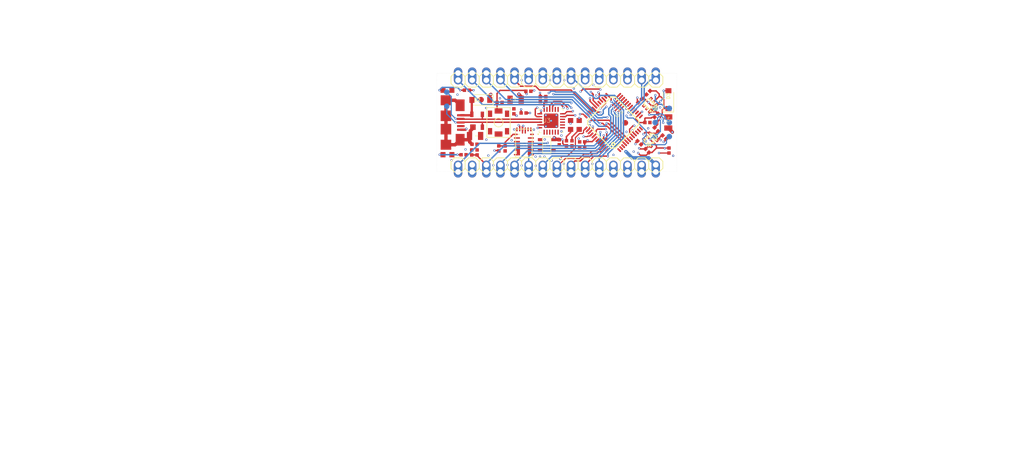
<source format=kicad_pcb>
(kicad_pcb (version 20211014) (generator pcbnew)
  (layers (0 "F.Cu" signal) (1 "In1.Cu" signal) (2 "In2.Cu" signal) (31 "B.Cu" signal) (34 "B.Paste" user) (35 "F.Paste" user) (36 "B.SilkS" user "B.Silkscreen") (37 "F.SilkS" user "F.Silkscreen") (38 "B.Mask" user) (39 "F.Mask" user) (44 "Edge.Cuts" user))
  (net 0 "")
  (net 1 "GND")
  (net 2 "AREF")
  (net 3 "A1")
  (net 4 "A2")
  (net 5 "A3")
  (net 6 "A4/SDA")
  (net 7 "A5/SCL")
  (net 8 "D2")
  (net 9 "D3~{}")
  (net 10 "D4")
  (net 11 "RX1")
  (net 12 "TX1")
  (net 13 "MISO")
  (net 14 "SCK")
  (net 15 "MOSI")
  (net 16 "D6~{}")
  (net 17 "+3V3")
  (net 18 "USB_P")
  (net 19 "USB_N")
  (net 20 "N$1")
  (net 21 "A6")
  (net 22 "RESETN")
  (net 23 "VIN")
  (net 24 "D5~{}")
  (net 25 "N$2")
  (net 26 "N$3")
  (net 27 "D8")
  (net 28 "D9~{}")
  (net 29 "D10~{}")
  (net 30 "VUSB")
  (net 31 "N$5")
  (net 32 "N$6")
  (net 33 "N$7")
  (net 34 "A0")
  (net 35 "D7")
  (net 36 "+5V")
  (net 37 "RX0")
  (net 38 "TX0")
  (net 39 "A7")
  (net 40 "D11_RESET")
  (net 41 "UPDI")
  (net 42 "RX_D11")
  (net 43 "TX_D11")
  (net 44 "TX_UPDI")
  (net 45 "RX_UPDI")
  (net 46 "D11_SWDIO")
  (net 47 "D11_SWCLK")
  (net 48 "N$11")
  (net 49 "N$12")
  (footprint "boardEagle:0402-1005X55N" (layer "F.Cu") (at 164.746453 110.078957 -45)
    (fp_text reference "R16")
    (fp_text value "4k7" hide)
  )
  (footprint "boardEagle:FRAME" (layer "F.Cu") (at 127.0611 117.0936)
    (fp_text reference "FRAME1" hide)
    (fp_text value "DNP" hide)
  )
  (footprint "boardEagle:SODFL3517X110N" (layer "F.Cu") (at 168.5611 100.8936 90)
    (fp_text reference "D3")
    (fp_text value "DNP")
  )
  (footprint "boardEagle:0402-1005X55N" (layer "F.Cu") (at 143.3611 99.3811)
    (fp_text reference "R4")
    (fp_text value "100k" hide)
  )
  (footprint "boardEagle:0402-1005X55N" (layer "F.Cu") (at 138.0486 109.6686 -90)
    (fp_text reference "R6")
    (fp_text value "100k" hide)
  )
  (footprint "boardEagle:0402-1005X55N" (layer "F.Cu") (at 148.9211 108.5561 -90)
    (fp_text reference "C6")
    (fp_text value "1u" hide)
  )
  (footprint "boardEagle:0402-1005X55N" (layer "F.Cu") (at 166.375746 103.728954 -135)
    (fp_text reference "R19")
    (fp_text value "4k7" hide)
  )
  (footprint "boardEagle:HVQFN24" (layer "F.Cu") (at 147.4611 104.6936)
    (fp_text reference "U3")
    (fp_text value "ATSAMD11D14A" hide)
  )
  (footprint "boardEagle:FD-1-1.5" (layer "F.Cu") (at 160.8111 105.0636)
    (fp_text reference "FD2" hide)
    (fp_text value "DNP" hide)
  )
  (footprint "" (layer "F.Cu") (at 168.8211 112.6236)
    (fp_text reference "@HOLE2" hide)
    (fp_text value "")
  )
  (footprint "boardEagle:SOT363" (layer "F.Cu") (at 165.3111 108.1136 45)
    (fp_text reference "Q1")
    (fp_text value "BSS138PS")
  )
  (footprint "boardEagle:0402-1005X55N" (layer "F.Cu") (at 150.2111 108.7436 -90)
    (fp_text reference "R13")
    (fp_text value "330R" hide)
  )
  (footprint "boardEagle:0402-1005X55N" (layer "F.Cu") (at 166.375743 106.249669 135)
    (fp_text reference "R14")
    (fp_text value "4k7" hide)
  )
  (footprint "boardEagle:LEDC1608X80N-AK" (layer "F.Cu") (at 128.8111 110.7936 180)
    (fp_text reference "DL1")
    (fp_text value "YELLOW" hide)
  )
  (footprint "boardEagle:LEDC1608X80N-AK" (layer "F.Cu") (at 128.8111 99.1936 180)
    (fp_text reference "DL2")
    (fp_text value "GREEN" hide)
  )
  (footprint "boardEagle:0402-1005X55N" (layer "F.Cu") (at 151.2111 108.7436 -90)
    (fp_text reference "R12")
    (fp_text value "330R" hide)
  )
  (footprint "boardEagle:SOT25" (layer "F.Cu") (at 146.6736 109.0436 90)
    (fp_text reference "U2")
    (fp_text value "AP2112K-3.3" hide)
  )
  (footprint "boardEagle:1X15-CASTELL" (layer "F.Cu") (at 148.5011 97.3836 180)
    (fp_text reference "JP3" hide)
    (fp_text value "-" hide)
  )
  (footprint "boardEagle:C&K_PTS820_NO_HOLES" (layer "F.Cu") (at 138.0011 105.0036 90)
    (fp_text reference "PB1" hide)
    (fp_text value "PTS820" hide)
  )
  (footprint "" (layer "F.Cu") (at 128.1811 112.6236)
    (fp_text reference "@HOLE1" hide)
    (fp_text value "")
  )
  (footprint "boardEagle:0402-1005X55N" (layer "F.Cu") (at 145.5111 100.7936 90)
    (fp_text reference "C11")
    (fp_text value "100n" hide)
  )
  (footprint "boardEagle:0805-R2013X50N" (layer "F.Cu") (at 168.5361 105.0036 90)
    (fp_text reference "C4")
    (fp_text value "22u" hide)
  )
  (footprint "boardEagle:0402-1005X55N" (layer "F.Cu") (at 163.425743 101.099666 -135)
    (fp_text reference "R7")
    (fp_text value "0R" hide)
  )
  (footprint "boardEagle:2X03-TP" (layer "F.Cu") (at 167.4495 105.0036 90)
    (fp_text reference "J2" hide)
    (fp_text value "DNP" hide)
  )
  (footprint "boardEagle:0402-1005X55N" (layer "F.Cu") (at 131.7111 110.8061)
    (fp_text reference "R3")
    (fp_text value "330R" hide)
  )
  (footprint "boardEagle:ZX62-AB-5PA" (layer "F.Cu") (at 128.1911 105.0036 -90)
    (fp_text reference "J1")
    (fp_text value "-" hide)
  )
  (footprint "boardEagle:SOT363" (layer "F.Cu") (at 165.3111 101.8936 135)
    (fp_text reference "Q2")
    (fp_text value "BSS138PS")
  )
  (footprint "boardEagle:0402-1005X55N" (layer "F.Cu") (at 146.5111 100.7936 90)
    (fp_text reference "R5")
    (fp_text value "4k7" hide)
  )
  (footprint "boardEagle:0402-1005X55N" (layer "F.Cu") (at 153.0436 109.5386)
    (fp_text reference "C9")
    (fp_text value "4u7" hide)
  )
  (footprint "boardEagle:0402-1005X55N" (layer "F.Cu") (at 153.0436 108.4911)
    (fp_text reference "C10")
    (fp_text value "100n" hide)
  )
  (footprint "boardEagle:0402-1005X55N" (layer "F.Cu") (at 164.7786 105.0036 180)
    (fp_text reference "C8")
    (fp_text value "100n" hide)
  )
  (footprint "boardEagle:0402-1005X55N" (layer "F.Cu") (at 138.1811 101.3936)
    (fp_text reference "C2")
    (fp_text value "100n" hide)
  )
  (footprint "boardEagle:0402-1005X55N" (layer "F.Cu") (at 133.1736 110.3886 90)
    (fp_text reference "C7")
    (fp_text value "100n" hide)
  )
  (footprint "boardEagle:TP-1.00MM" (layer "F.Cu") (at 128.6891 102.0826)
    (fp_text reference "D+0" hide)
    (fp_text value "DNP" hide)
  )
  (footprint "" (layer "F.Cu") (at 128.1811 97.3836)
    (fp_text reference "@HOLE0" hide)
    (fp_text value "")
  )
  (footprint "boardEagle:MPM3610" (layer "F.Cu") (at 142.5611 108.6936)
    (fp_text reference "IC1")
    (fp_text value "MPM3610")
  )
  (footprint "boardEagle:0805-R2013X50N" (layer "F.Cu") (at 141.0736 100.8936 180)
    (fp_text reference "C3")
    (fp_text value "22u" hide)
  )
  (footprint "boardEagle:0402-1005X55N" (layer "F.Cu") (at 142.5111 103.2936)
    (fp_text reference "R10")
    (fp_text value "100k" hide)
  )
  (footprint "boardEagle:1X15-CASTELL" (layer "F.Cu") (at 148.5011 112.6236)
    (fp_text reference "JP2" hide)
    (fp_text value "-" hide)
  )
  (footprint "" (layer "F.Cu") (at 168.8211 97.3836)
    (fp_text reference "@HOLE3" hide)
    (fp_text value "")
  )
  (footprint "boardEagle:0402-1005X55N" (layer "F.Cu") (at 163.314656 108.640044 135)
    (fp_text reference "R17")
    (fp_text value "4k7" hide)
  )
  (footprint "boardEagle:0402-1005X55N" (layer "F.Cu") (at 165.796887 102.507813 -135)
    (fp_text reference "R20")
    (fp_text value "DNP" hide)
  )
  (footprint "boardEagle:0402-1005X55N" (layer "F.Cu") (at 132.3111 99.1936)
    (fp_text reference "R2")
    (fp_text value "330R" hide)
  )
  (footprint "boardEagle:SODFL3517X110N" (layer "F.Cu") (at 134.8111 100.9436 180)
    (fp_text reference "D2")
    (fp_text value "PMEG6020")
  )
  (footprint "boardEagle:0402-1005X55N" (layer "F.Cu") (at 164.934325 99.646113 45)
    (fp_text reference "R18")
    (fp_text value "4k7" hide)
  )
  (footprint "boardEagle:SOT190P230X110-4N" (layer "F.Cu") (at 134.1411 104.6936 90)
    (fp_text reference "D1")
    (fp_text value "PRTR5V" hide)
  )
  (footprint "boardEagle:0402-1005X55N" (layer "F.Cu") (at 134.1486 110.3886 90)
    (fp_text reference "C5")
    (fp_text value "4u7" hide)
  )
  (footprint "boardEagle:0402-1005X55N" (layer "F.Cu") (at 167.819681 107.6436 -45)
    (fp_text reference "R15")
    (fp_text value "4k7" hide)
  )
  (footprint "boardEagle:0805-R2013X50N" (layer "F.Cu") (at 133.7786 107.4186)
    (fp_text reference "C1")
    (fp_text value "4n7" hide)
  )
  (footprint "boardEagle:LEDC1608X80N-AK" (layer "F.Cu") (at 152.5111 105.4436 -90)
    (fp_text reference "DL3")
    (fp_text value "YELLOW" hide)
  )
  (footprint "boardEagle:0402-1005X55N" (layer "F.Cu") (at 140.7611 102.9936 -90)
    (fp_text reference "R9")
    (fp_text value "39k" hide)
  )
  (footprint "boardEagle:TP-1.00MM" (layer "F.Cu") (at 128.6891 99.5426)
    (fp_text reference "D-0" hide)
    (fp_text value "DNP" hide)
  )
  (footprint "boardEagle:0402-1005X55N" (layer "F.Cu") (at 139.1861 109.6686 90)
    (fp_text reference "R8")
    (fp_text value "19k1" hide)
  )
  (footprint "boardEagle:0402-1005X55N" (layer "F.Cu") (at 133.6786 108.9186 180)
    (fp_text reference "R1")
    (fp_text value "1M" hide)
  )
  (footprint "boardEagle:TQFP48" (layer "F.Cu") (at 158.6361 105.0036 135)
    (fp_text reference "U1")
    (fp_text value "ATMEGA4809")
  )
  (footprint "boardEagle:0402-1005X55N" (layer "F.Cu") (at 168.6611 110.0436 -90)
    (fp_text reference "R11")
    (fp_text value "4k7" hide)
  )
  (footprint "boardEagle:LEDC1608X80N-AK" (layer "F.Cu") (at 150.9611 105.4436 -90)
    (fp_text reference "DL4")
    (fp_text value "YELLOW" hide)
  )
  (footprint "boardEagle:FD-1-1.5" (layer "F.Cu") (at 134.8511 100.9036)
    (fp_text reference "FD1" hide)
    (fp_text value "DNP" hide)
  )
  (gr_line (start 126.9111 96.1136) (end 170.0911 96.1136) (layer "Edge.Cuts") (width 0.01))
  (gr_line (start 126.9111 113.8936) (end 126.9111 96.1136) (layer "Edge.Cuts") (width 0.01))
  (gr_line (start 170.0911 113.8936) (end 170.0911 96.1136) (layer "Edge.Cuts") (width 0.01))
  (gr_line (start 170.0911 113.8936) (end 126.9111 113.8936) (layer "Edge.Cuts") (width 0.01))
  (segment (start 146.7111 105.4436) (end 147.4611 104.6936) (width 0.254) (layer "F.Cu") (net 1))
  (segment (start 131.2161 106.3036) (end 132.0511 106.3036) (width 0.4064) (layer "F.Cu") (net 1))
  (segment (start 132.0511 106.3036) (end 132.2111 106.1436) (width 0.4064) (layer "F.Cu") (net 1))
  (segment (start 145.4111 105.4436) (end 146.7111 105.4436) (width 0.254) (layer "F.Cu") (net 1))
  (via (at 169.4111 110.9936) (size 0.3932) (drill 0.19) (layers "F.Cu" "B.Cu") (net 1))
  (via (at 136.1611 110.9436) (size 0.3932) (drill 0.19) (layers "F.Cu" "B.Cu") (net 1))
  (via (at 154.8611 112.4436) (size 0.3932) (drill 0.19) (layers "F.Cu" "B.Cu") (net 1))
  (via (at 140.3611 108.1936) (size 0.3932) (drill 0.19) (layers "F.Cu" "B.Cu") (net 1))
  (via (at 167.0611 102.2936) (size 0.3932) (drill 0.19) (layers "F.Cu" "B.Cu") (net 1))
  (via (at 146.5111 103.6936) (size 0.3932) (drill 0.19) (layers "F.Cu" "B.Cu") (net 1))
  (via (at 139.6111 112.6436) (size 0.3932) (drill 0.19) (layers "F.Cu" "B.Cu") (net 1))
  (via (at 147.4611 104.6936) (size 0.3932) (drill 0.19) (layers "F.Cu" "B.Cu") (net 1))
  (via (at 138.2611 100.6436) (size 0.3932) (drill 0.19) (layers "F.Cu" "B.Cu") (net 1))
  (via (at 162.3111 110.2436) (size 0.3932) (drill 0.19) (layers "F.Cu" "B.Cu") (net 1))
  (via (at 147.5611 111.8436) (size 0.3932) (drill 0.19) (layers "F.Cu" "B.Cu") (net 1))
  (via (at 130.6111 99.9936) (size 0.3932) (drill 0.19) (layers "F.Cu" "B.Cu") (net 1))
  (via (at 152.4111 107.8936) (size 0.3932) (drill 0.19) (layers "F.Cu" "B.Cu") (net 1))
  (via (at 135.8111 108.0936) (size 0.3932) (drill 0.19) (layers "F.Cu" "B.Cu") (net 1))
  (via (at 155.0611 98.2436) (size 0.3932) (drill 0.19) (layers "F.Cu" "B.Cu") (net 1))
  (via (at 149.3111 106.5936) (size 0.3932) (drill 0.19) (layers "F.Cu" "B.Cu") (net 1))
  (via (at 149.8111 97.3936) (size 0.3932) (drill 0.19) (layers "F.Cu" "B.Cu") (net 1))
  (via (at 151.5611 98.8936) (size 0.3932) (drill 0.19) (layers "F.Cu" "B.Cu") (net 1))
  (via (at 146.5111 105.6936) (size 0.3932) (drill 0.19) (layers "F.Cu" "B.Cu") (net 1))
  (via (at 137.0611 112.6936) (size 0.3932) (drill 0.19) (layers "F.Cu" "B.Cu") (net 1))
  (via (at 148.4111 105.6936) (size 0.3932) (drill 0.19) (layers "F.Cu" "B.Cu") (net 1))
  (via (at 142.1611 112.7436) (size 0.3932) (drill 0.19) (layers "F.Cu" "B.Cu") (net 1))
  (via (at 164.9111 106.0436) (size 0.3932) (drill 0.19) (layers "F.Cu" "B.Cu") (net 1))
  (via (at 135.7611 102.3936) (size 0.3932) (drill 0.19) (layers "F.Cu" "B.Cu") (net 1))
  (via (at 144.3611 106.2936) (size 0.3932) (drill 0.19) (layers "F.Cu" "B.Cu") (net 1))
  (via (at 132.2111 106.1436) (size 0.3932) (drill 0.19) (layers "F.Cu" "B.Cu") (net 1))
  (via (at 149.7611 112.4436) (size 0.3932) (drill 0.19) (layers "F.Cu" "B.Cu") (net 1))
  (via (at 129.5611 111.7936) (size 0.3932) (drill 0.19) (layers "F.Cu" "B.Cu") (net 1))
  (via (at 155.5611 100.1436) (size 0.4032) (drill 0.2) (layers "F.Cu" "B.Cu") (net 1))
  (via (at 161.0111 106.6936) (size 0.3932) (drill 0.19) (layers "F.Cu" "B.Cu") (net 1))
  (via (at 148.4111 103.6936) (size 0.3932) (drill 0.19) (layers "F.Cu" "B.Cu") (net 1))
  (via (at 132.0611 109.8436) (size 0.3932) (drill 0.19) (layers "F.Cu" "B.Cu") (net 1))
  (via (at 142.1611 97.3936) (size 0.3932) (drill 0.19) (layers "F.Cu" "B.Cu") (net 1))
  (via (at 147.2611 97.3936) (size 0.3932) (drill 0.19) (layers "F.Cu" "B.Cu") (net 1))
  (via (at 144.7111 112.7936) (size 0.3932) (drill 0.19) (layers "F.Cu" "B.Cu") (net 1))
  (segment (start 157.237937 101.546763) (end 157.237937 101.144429) (width 0.254) (layer "F.Cu") (net 2))
  (segment (start 134.1486 110.9711) (end 134.1486 110.8386) (width 0.254) (layer "F.Cu") (net 2))
  (segment (start 156.850653 100.757144) (end 156.850653 100.743285) (width 0.254) (layer "F.Cu") (net 2))
  (segment (start 135.8011 112.6236) (end 134.1486 110.9711) (width 0.254) (layer "F.Cu") (net 2))
  (segment (start 133.1736 110.8386) (end 134.1486 110.8386) (width 0.254) (layer "F.Cu") (net 2))
  (segment (start 157.237937 101.144429) (end 156.850653 100.757144) (width 0.254) (layer "F.Cu") (net 2))
  (segment (start 156.3311 102.4536) (end 157.237937 101.546763) (width 0.254) (layer "F.Cu") (net 2))
  (via (at 156.3111 106.7336) (size 0.4032) (drill 0.2) (layers "F.Cu" "B.Cu") (net 2))
  (via (at 156.3311 102.4536) (size 0.4032) (drill 0.2) (layers "F.Cu" "B.Cu") (net 2))
  (segment (start 135.8011 112.405832) (end 138.999331 109.2076) (width 0.254) (layer "B.Cu") (net 2))
  (segment (start 138.999331 109.2076) (end 155.191693 109.2076) (width 0.254) (layer "B.Cu") (net 2))
  (segment (start 155.191693 109.2076) (end 156.3111 108.088194) (width 0.254) (layer "B.Cu") (net 2))
  (segment (start 156.3111 108.088194) (end 156.3111 106.7336) (width 0.254) (layer "B.Cu") (net 2))
  (segment (start 135.8011 112.6236) (end 135.8011 112.405832) (width 0.254) (layer "B.Cu") (net 2))
  (segment (start 158.783728 102.3811) (end 158.694431 102.3811) (width 0.254) (layer "F.Cu") (net 3))
  (segment (start 158.694431 102.3811) (end 158.677393 102.398138) (width 0.254) (layer "F.Cu") (net 3))
  (segment (start 160.421543 100.743285) (end 158.783728 102.3811) (width 0.254) (layer "F.Cu") (net 3))
  (via (at 158.677393 102.398138) (size 0.4032) (drill 0.2) (layers "F.Cu" "B.Cu") (net 3))
  (segment (start 158.291275 102.784263) (end 158.677393 102.398144) (width 0.254) (layer "B.Cu") (net 3))
  (segment (start 140.8811 112.6236) (end 140.8811 112.405832) (width 0.254) (layer "B.Cu") (net 3))
  (segment (start 158.646418 103.765825) (end 158.646418 107.046038) (width 0.254) (layer "B.Cu") (net 3))
  (segment (start 158.646418 107.046038) (end 155.570456 110.122) (width 0.254) (layer "B.Cu") (net 3))
  (segment (start 158.677393 102.398144) (end 158.677393 102.398138) (width 0.254) (layer "B.Cu") (net 3))
  (segment (start 158.646418 103.765825) (end 158.291275 103.410682) (width 0.254) (layer "B.Cu") (net 3))
  (segment (start 143.164931 110.122) (end 155.570456 110.122) (width 0.254) (layer "B.Cu") (net 3))
  (segment (start 158.291275 103.410682) (end 158.291275 102.784263) (width 0.254) (layer "B.Cu") (net 3))
  (segment (start 140.8811 112.405832) (end 143.164931 110.122) (width 0.254) (layer "B.Cu") (net 3))
  (segment (start 158.823075 103.004544) (end 158.86739 103.004544) (width 0.254) (layer "F.Cu") (net 4))
  (segment (start 160.775096 101.096838) (end 158.86739 103.004544) (width 0.254) (layer "F.Cu") (net 4))
  (via (at 158.823075 103.004544) (size 0.4032) (drill 0.2) (layers "F.Cu" "B.Cu") (net 4))
  (segment (start 159.103618 103.576444) (end 158.897675 103.3705) (width 0.254) (layer "B.Cu") (net 4))
  (segment (start 143.4211 112.6236) (end 143.4211 111.1192) (width 0.254) (layer "B.Cu") (net 4))
  (segment (start 155.759837 110.5792) (end 159.103618 107.235419) (width 0.254) (layer "B.Cu") (net 4))
  (segment (start 143.4211 111.1192) (end 143.9611 110.5792) (width 0.254) (layer "B.Cu") (net 4))
  (segment (start 158.897675 103.079144) (end 158.823075 103.004544) (width 0.254) (layer "B.Cu") (net 4))
  (segment (start 159.103618 107.235419) (end 159.103618 103.576444) (width 0.254) (layer "B.Cu") (net 4))
  (segment (start 143.9611 110.5792) (end 155.759837 110.5792) (width 0.254) (layer "B.Cu") (net 4))
  (segment (start 158.897675 103.3705) (end 158.897675 103.079144) (width 0.254) (layer "B.Cu") (net 4))
  (segment (start 159.4486 103.130441) (end 159.4486 103.169344) (width 0.254) (layer "F.Cu") (net 5))
  (segment (start 159.4486 103.169344) (end 159.469478 103.190222) (width 0.254) (layer "F.Cu") (net 5))
  (segment (start 161.12865 101.450391) (end 159.4486 103.130441) (width 0.254) (layer "F.Cu") (net 5))
  (via (at 159.469478 103.190222) (size 0.4032) (drill 0.2) (layers "F.Cu" "B.Cu") (net 5))
  (segment (start 147.6111 111.0364) (end 155.949218 111.0364) (width 0.254) (layer "B.Cu") (net 5))
  (segment (start 147.6111 111.0364) (end 146.0239 112.6236) (width 0.254) (layer "B.Cu") (net 5))
  (segment (start 159.560818 107.4248) (end 155.949218 111.0364) (width 0.254) (layer "B.Cu") (net 5))
  (segment (start 159.560818 103.281563) (end 159.469478 103.190222) (width 0.254) (layer "B.Cu") (net 5))
  (segment (start 159.560818 103.281563) (end 159.560818 107.4248) (width 0.254) (layer "B.Cu") (net 5))
  (segment (start 145.9611 112.6236) (end 146.0239 112.6236) (width 0.254) (layer "B.Cu") (net 5))
  (segment (start 154.249443 110.698007) (end 154.707475 110.239975) (width 0.2032) (layer "F.Cu") (net 6))
  (segment (start 155.757637 109.8364) (end 156.278171 109.8364) (width 0.2032) (layer "F.Cu") (net 6))
  (segment (start 152.564431 111.485) (end 150.010612 111.485) (width 0.2032) (layer "F.Cu") (net 6))
  (segment (start 154.707475 110.239975) (end 154.81105 110.1364) (width 0.2032) (layer "F.Cu") (net 6))
  (segment (start 153.351425 110.698007) (end 154.249443 110.698007) (width 0.2032) (layer "F.Cu") (net 6))
  (segment (start 148.872012 112.6236) (end 148.5011 112.6236) (width 0.2032) (layer "F.Cu") (net 6))
  (segment (start 152.6611 103.4936) (end 152.6611 103.5022) (width 0.2032) (layer "F.Cu") (net 6))
  (segment (start 152.564431 111.485) (end 153.351425 110.698007) (width 0.2032) (layer "F.Cu") (net 6))
  (segment (start 156.278171 109.8364) (end 156.850653 109.263919) (width 0.2032) (layer "F.Cu") (net 6))
  (segment (start 150.010612 111.485) (end 148.872012 112.6236) (width 0.2032) (layer "F.Cu") (net 6))
  (segment (start 155.457637 110.1364) (end 155.757637 109.8364) (width 0.2032) (layer "F.Cu") (net 6))
  (segment (start 153.668671 103.925263) (end 153.237009 103.4936) (width 0.2032) (layer "F.Cu") (net 6))
  (segment (start 153.237009 103.4936) (end 152.6611 103.4936) (width 0.2032) (layer "F.Cu") (net 6))
  (segment (start 154.81105 110.1364) (end 155.457637 110.1364) (width 0.2032) (layer "F.Cu") (net 6))
  (via (at 152.6611 103.5022) (size 0.4032) (drill 0.2) (layers "F.Cu" "B.Cu") (net 6))
  (via (at 149.3111 107.3436) (size 0.4032) (drill 0.2) (layers "F.Cu" "B.Cu") (net 6))
  (segment (start 151.9111 107.6436) (end 151.8259 107.7288) (width 0.2032) (layer "F.Cu") (net 7))
  (segment (start 153.2909 106.811944) (end 153.104443 106.9984) (width 0.2032) (layer "F.Cu") (net 7))
  (segment (start 154.336821 111.221297) (end 154.964518 110.5936) (width 0.254) (layer "F.Cu") (net 7))
  (segment (start 152.743293 111.9168) (end 153.438796 111.221297) (width 0.254) (layer "F.Cu") (net 7))
  (segment (start 156.528078 110.2936) (end 157.204206 109.617472) (width 0.254) (layer "F.Cu") (net 7))
  (segment (start 153.104443 106.9984) (end 152.5563 106.9984) (width 0.2032) (layer "F.Cu") (net 7))
  (segment (start 155.9111 110.2936) (end 156.528078 110.2936) (width 0.254) (layer "F.Cu") (net 7))
  (segment (start 151.9861 107.5686) (end 151.9111 107.6436) (width 0.2032) (layer "F.Cu") (net 7))
  (segment (start 151.8259 109.624407) (end 150.371706 111.0786) (width 0.2032) (layer "F.Cu") (net 7))
  (segment (start 151.0411 112.6236) (end 151.7479 111.9168) (width 0.254) (layer "F.Cu") (net 7))
  (segment (start 151.8259 107.7288) (end 151.8259 109.624407) (width 0.2032) (layer "F.Cu") (net 7))
  (segment (start 153.668671 106.081941) (end 153.2909 106.459713) (width 0.2032) (layer "F.Cu") (net 7))
  (segment (start 153.438796 111.221297) (end 154.336821 111.221297) (width 0.254) (layer "F.Cu") (net 7))
  (segment (start 149.471362 111.0786) (end 149.058731 111.491232) (width 0.2032) (layer "F.Cu") (net 7))
  (segment (start 150.371706 111.0786) (end 149.471362 111.0786) (width 0.2032) (layer "F.Cu") (net 7))
  (segment (start 155.6111 110.5936) (end 155.9111 110.2936) (width 0.254) (layer "F.Cu") (net 7))
  (segment (start 149.095806 111.528307) (end 149.095806 111.5682) (width 0.2032) (layer "F.Cu") (net 7))
  (segment (start 154.964518 110.5936) (end 155.6111 110.5936) (width 0.254) (layer "F.Cu") (net 7))
  (segment (start 153.2909 106.459713) (end 153.2909 106.811944) (width 0.2032) (layer "F.Cu") (net 7))
  (segment (start 152.5563 106.9984) (end 151.9861 107.5686) (width 0.2032) (layer "F.Cu") (net 7))
  (segment (start 151.7479 111.9168) (end 152.743293 111.9168) (width 0.254) (layer "F.Cu") (net 7))
  (segment (start 149.058731 111.491232) (end 149.095806 111.528307) (width 0.2032) (layer "F.Cu") (net 7))
  (via (at 149.095806 111.5682) (size 0.4032) (drill 0.2) (layers "F.Cu" "B.Cu") (net 7))
  (segment (start 156.9111 107.78926) (end 156.9111 107.3336) (width 0.254) (layer "F.Cu") (net 8))
  (segment (start 156.143546 108.556813) (end 156.9111 107.78926) (width 0.254) (layer "F.Cu") (net 8))
  (segment (start 156.9111 107.3336) (end 156.9211 107.3236) (width 0.254) (layer "F.Cu") (net 8))
  (via (at 156.9211 107.3236) (size 0.4032) (drill 0.2) (layers "F.Cu" "B.Cu") (net 8))
  (segment (start 154.9511 106.2236) (end 154.9711 106.2036) (width 0.254) (layer "F.Cu") (net 9))
  (segment (start 154.375781 106.789047) (end 154.941228 106.2236) (width 0.254) (layer "F.Cu") (net 9))
  (segment (start 154.941228 106.2236) (end 154.9511 106.2236) (width 0.254) (layer "F.Cu") (net 9))
  (segment (start 154.9711 106.2036) (end 154.9711 105.7636) (width 0.254) (layer "F.Cu") (net 9))
  (via (at 154.9711 105.7636) (size 0.4032) (drill 0.2) (layers "F.Cu" "B.Cu") (net 9))
  (segment (start 161.835756 102.157497) (end 161.412153 102.5811) (width 0.254) (layer "F.Cu") (net 10))
  (segment (start 161.412153 102.5811) (end 161.0311 102.5811) (width 0.254) (layer "F.Cu") (net 10))
  (segment (start 161.0311 102.5811) (end 160.9486 102.4986) (width 0.254) (layer "F.Cu") (net 10))
  (via (at 160.9486 102.4986) (size 0.4032) (drill 0.2) (layers "F.Cu" "B.Cu") (net 10))
  (segment (start 156.319981 100.1368) (end 158.8818 100.1368) (width 0.254) (layer "B.Cu") (net 10))
  (segment (start 154.802218 100.1368) (end 155.340818 100.6754) (width 0.254) (layer "B.Cu") (net 10))
  (segment (start 155.340818 100.6754) (end 155.781381 100.6754) (width 0.254) (layer "B.Cu") (net 10))
  (segment (start 158.8818 100.1368) (end 160.9486 102.2036) (width 0.254) (layer "B.Cu") (net 10))
  (segment (start 151.7311 97.3836) (end 154.4843 100.1368) (width 0.254) (layer "B.Cu") (net 10))
  (segment (start 151.0411 97.3836) (end 151.7311 97.3836) (width 0.254) (layer "B.Cu") (net 10))
  (segment (start 154.4843 100.1368) (end 154.802218 100.1368) (width 0.254) (layer "B.Cu") (net 10))
  (segment (start 160.9486 102.4986) (end 160.9486 102.2036) (width 0.254) (layer "B.Cu") (net 10))
  (segment (start 155.781381 100.6754) (end 156.319981 100.1368) (width 0.254) (layer "B.Cu") (net 10))
  (segment (start 162.189309 102.51105) (end 162.175446 102.51105) (width 0.254) (layer "F.Cu") (net 11))
  (segment (start 161.64819 103.038307) (end 161.516393 103.038307) (width 0.254) (layer "F.Cu") (net 11))
  (segment (start 161.516393 103.038307) (end 161.342128 103.212572) (width 0.254) (layer "F.Cu") (net 11))
  (segment (start 162.175446 102.51105) (end 161.64819 103.038307) (width 0.254) (layer "F.Cu") (net 11))
  (via (at 161.342128 103.212572) (size 0.3932) (drill 0.19) (layers "F.Cu" "B.Cu") (net 11))
  (segment (start 161.392128 103.212572) (end 161.342128 103.212572) (width 0.254) (layer "B.Cu") (net 11))
  (segment (start 163.7411 100.8636) (end 161.392128 103.212572) (width 0.254) (layer "B.Cu") (net 11))
  (segment (start 163.7411 97.3836) (end 163.7411 100.8636) (width 0.254) (layer "B.Cu") (net 11))
  (segment (start 162.542862 102.878463) (end 162.542862 102.864604) (width 0.254) (layer "F.Cu") (net 12))
  (segment (start 161.787468 103.65791) (end 162.205578 103.2398) (width 0.254) (layer "F.Cu") (net 12))
  (segment (start 162.205578 103.215747) (end 162.542862 102.878463) (width 0.254) (layer "F.Cu") (net 12))
  (segment (start 162.205578 103.2398) (end 162.205578 103.215747) (width 0.254) (layer "F.Cu") (net 12))
  (via (at 161.787468 103.65791) (size 0.3932) (drill 0.19) (layers "F.Cu" "B.Cu") (net 12))
  (segment (start 164.8333 97.836007) (end 164.1983 98.471007) (width 0.254) (layer "B.Cu") (net 12))
  (segment (start 164.1983 101.101419) (end 161.837468 103.46225) (width 0.254) (layer "B.Cu") (net 12))
  (segment (start 164.1983 98.471007) (end 164.1983 101.101419) (width 0.254) (layer "B.Cu") (net 12))
  (segment (start 165.2711 97.3836) (end 164.8333 97.8214) (width 0.254) (layer "B.Cu") (net 12))
  (segment (start 161.787468 103.65791) (end 161.837468 103.60791) (width 0.254) (layer "B.Cu") (net 12))
  (segment (start 161.837468 103.46225) (end 161.837468 103.60791) (width 0.254) (layer "B.Cu") (net 12))
  (segment (start 166.2811 97.3836) (end 165.2711 97.3836) (width 0.254) (layer "B.Cu") (net 12))
  (segment (start 164.8333 97.8214) (end 164.8333 97.836007) (width 0.254) (layer "B.Cu") (net 12))
  (segment (start 154.458181 101.179238) (end 154.458181 100.6686) (width 0.254) (layer "F.Cu") (net 13))
  (segment (start 155.43644 102.157497) (end 154.458181 101.179238) (width 0.254) (layer "F.Cu") (net 13))
  (via (at 151.0811 102.372) (size 0.4032) (drill 0.2) (layers "F.Cu" "B.Cu") (net 13))
  (via (at 154.458181 100.6686) (size 0.4032) (drill 0.2) (layers "F.Cu" "B.Cu") (net 13))
  (segment (start 151.0811 102.372) (end 150.5065 101.7974) (width 0.254) (layer "B.Cu") (net 13))
  (segment (start 150.5065 101.7974) (end 135.1349 101.7974) (width 0.254) (layer "B.Cu") (net 13))
  (segment (start 130.7211 97.3836) (end 135.1349 101.7974) (width 0.254) (layer "B.Cu") (net 13))
  (segment (start 155.709228 103.137391) (end 156.30489 103.137391) (width 0.254) (layer "F.Cu") (net 14))
  (segment (start 132.1611 110.8061) (end 132.1611 111.1836) (width 0.254) (layer "F.Cu") (net 14))
  (segment (start 132.1611 111.1836) (end 130.7211 112.6236) (width 0.254) (layer "F.Cu") (net 14))
  (segment (start 155.082887 102.51105) (end 155.709228 103.137391) (width 0.254) (layer "F.Cu") (net 14))
  (via (at 146.8611 108.6758) (size 0.4032) (drill 0.2) (layers "F.Cu" "B.Cu") (net 14))
  (via (at 156.30489 103.137391) (size 0.4032) (drill 0.2) (layers "F.Cu" "B.Cu") (net 14))
  (segment (start 130.7211 112.6236) (end 133.281262 110.063438) (width 0.254) (layer "B.Cu") (net 14))
  (segment (start 146.8611 108.6758) (end 146.7865 108.7504) (width 0.254) (layer "B.Cu") (net 14))
  (segment (start 133.290325 110.063438) (end 133.281262 110.063438) (width 0.254) (layer "B.Cu") (net 14))
  (segment (start 134.603362 108.7504) (end 133.290325 110.063438) (width 0.254) (layer "B.Cu") (net 14))
  (segment (start 146.7865 108.7504) (end 134.603362 108.7504) (width 0.254) (layer "B.Cu") (net 14))
  (segment (start 155.789993 101.803944) (end 155.019981 101.033932) (width 0.254) (layer "F.Cu") (net 15))
  (segment (start 154.619981 99.5204) (end 155.019981 99.9204) (width 0.254) (layer "F.Cu") (net 15))
  (segment (start 155.019981 99.9204) (end 155.019981 101.033932) (width 0.254) (layer "F.Cu") (net 15))
  (via (at 151.0902 101.5045) (size 0.4032) (drill 0.2) (layers "F.Cu" "B.Cu") (net 15))
  (via (at 154.619981 99.5204) (size 0.4032) (drill 0.2) (layers "F.Cu" "B.Cu") (net 15))
  (segment (start 151.1411 101.4536) (end 151.0902 101.5045) (width 0.254) (layer "B.Cu") (net 15))
  (segment (start 151.0277 101.3402) (end 151.1411 101.4536) (width 0.254) (layer "B.Cu") (net 15))
  (segment (start 133.2611 97.3836) (end 137.2177 101.3402) (width 0.254) (layer "B.Cu") (net 15))
  (segment (start 137.2177 101.3402) (end 151.0277 101.3402) (width 0.254) (layer "B.Cu") (net 15))
  (segment (start 154.3911 105.4654) (end 154.434106 105.4654) (width 0.254) (layer "F.Cu") (net 16))
  (segment (start 154.022228 106.435494) (end 154.3911 106.066622) (width 0.254) (layer "F.Cu") (net 16))
  (segment (start 154.3911 106.066622) (end 154.3911 105.4654) (width 0.254) (layer "F.Cu") (net 16))
  (via (at 154.434106 105.4654) (size 0.4032) (drill 0.2) (layers "F.Cu" "B.Cu") (net 16))
  (segment (start 167.1111 104.3936) (end 167.1111 103.9436) (width 0.254) (layer "F.Cu") (net 17))
  (segment (start 165.06465 110.397157) (end 165.607543 110.397157) (width 0.254) (layer "F.Cu") (net 17))
  (segment (start 145.4111 105.9436) (end 145.0611 105.9436) (width 0.3048) (layer "F.Cu") (net 17))
  (segment (start 167.4611 103.5936) (end 167.4611 102.7436) (width 0.254) (layer "F.Cu") (net 17))
  (segment (start 166.057543 105.931472) (end 166.6343 105.354716) (width 0.254) (layer "F.Cu") (net 17))
  (segment (start 149.4111 108.0244) (end 148.9211 108.0244) (width 0.254) (layer "F.Cu") (net 17))
  (segment (start 166.6343 105.354716) (end 166.6343 104.825388) (width 0.254) (layer "F.Cu") (net 17))
  (segment (start 148.8586 108.0436) (end 148.9211 108.1061) (width 0.6096) (layer "F.Cu") (net 17))
  (segment (start 150.2111 109.1936) (end 149.9611 109.1936) (width 0.254) (layer "F.Cu") (net 17))
  (segment (start 166.9879 104.5168) (end 167.1111 104.3936) (width 0.254) (layer "F.Cu") (net 17))
  (segment (start 166.4111 109.213604) (end 166.4111 109.5936) (width 0.254) (layer "F.Cu") (net 17))
  (segment (start 145.4611 99.6936) (end 145.5111 99.7436) (width 0.254) (layer "F.Cu") (net 17))
  (segment (start 145.5111 99.7436) (end 145.5111 100.3436) (width 0.254) (layer "F.Cu") (net 17))
  (segment (start 149.4611 108.0744) (end 149.4111 108.0244) (width 0.254) (layer "F.Cu") (net 17))
  (segment (start 148.0236 107.9436) (end 148.0236 107.7436) (width 0.254) (layer "F.Cu") (net 17))
  (segment (start 165.252521 99.327916) (end 166.345415 99.327916) (width 0.254) (layer "F.Cu") (net 17))
  (segment (start 148.9211 108.1061) (end 148.9211 108.0244) (width 0.254) (layer "F.Cu") (net 17))
  (segment (start 166.6343 104.825388) (end 166.942887 104.5168) (width 0.254) (layer "F.Cu") (net 17))
  (segment (start 148.8586 108.0436) (end 148.323562 108.0436) (width 0.6096) (layer "F.Cu") (net 17))
  (segment (start 167.1111 103.9436) (end 167.4611 103.5936) (width 0.254) (layer "F.Cu") (net 17))
  (segment (start 167.7161 102.4986) (end 167.7111 102.4936) (width 0.2032) (layer "F.Cu") (net 17))
  (segment (start 167.8611 109.5936) (end 167.9111 109.6436) (width 0.254) (layer "F.Cu") (net 17))
  (segment (start 166.345415 99.327916) (end 166.9111 99.8936) (width 0.254) (layer "F.Cu") (net 17))
  (segment (start 147.8736 108.0936) (end 148.0236 107.9436) (width 0.254) (layer "F.Cu") (net 17))
  (segment (start 165.1511 107.953604) (end 164.674703 107.477207) (width 0.254) (layer "F.Cu") (net 17))
  (segment (start 145.5111 100.3436) (end 146.5111 100.3436) (width 0.254) (layer "F.Cu") (net 17))
  (segment (start 151.2111 109.1936) (end 150.2111 109.1936) (width 0.254) (layer "F.Cu") (net 17))
  (segment (start 163.5111 110.8936) (end 164.568206 110.8936) (width 0.254) (layer "F.Cu") (net 17))
  (segment (start 167.7111 102.4936) (end 167.7111 100.8936) (width 0.254) (layer "F.Cu") (net 17))
  (segment (start 167.7111 100.8936) (end 167.1611 100.3436) (width 0.254) (layer "F.Cu") (net 17))
  (segment (start 132.7611 99.1936) (end 133.5111 99.1936) (width 0.254) (layer "F.Cu") (net 17))
  (segment (start 165.947493 108.749997) (end 165.1511 107.953604) (width 0.254) (layer "F.Cu") (net 17))
  (segment (start 149.4611 108.0744) (end 149.5613 108.1746) (width 0.254) (layer "F.Cu") (net 17))
  (segment (start 164.568206 110.8936) (end 165.06465 110.397157) (width 0.254) (layer "F.Cu") (net 17))
  (segment (start 167.4611 102.7436) (end 167.7111 102.4936) (width 0.254) (layer "F.Cu") (net 17))
  (segment (start 166.942887 104.5168) (end 166.9879 104.5168) (width 0.254) (layer "F.Cu") (net 17))
  (segment (start 167.1611 100.3436) (end 166.8611 100.3436) (width 0.254) (layer "F.Cu") (net 17))
  (segment (start 166.4111 109.5936) (end 167.8611 109.5936) (width 0.254) (layer "F.Cu") (net 17))
  (segment (start 165.2429 108.0286) (end 165.167903 107.953604) (width 0.2032) (layer "F.Cu") (net 17))
  (segment (start 167.9111 109.6436) (end 167.9611 109.5936) (width 0.2032) (layer "F.Cu") (net 17))
  (segment (start 165.947493 108.749997) (end 166.4111 109.213604) (width 0.254) (layer "F.Cu") (net 17))
  (segment (start 166.9111 99.8936) (end 166.9111 100.2936) (width 0.254) (layer "F.Cu") (net 17))
  (segment (start 145.0611 105.9436) (end 145.0111 105.9936) (width 0.3048) (layer "F.Cu") (net 17))
  (segment (start 166.8611 100.3436) (end 165.947493 101.257207) (width 0.254) (layer "F.Cu") (net 17))
  (segment (start 149.9611 109.1936) (end 149.5613 108.7938) (width 0.254) (layer "F.Cu") (net 17))
  (segment (start 166.9111 100.2936) (end 166.8611 100.3436) (width 0.254) (layer "F.Cu") (net 17))
  (segment (start 145.0111 105.9936) (end 145.0611 105.9936) (width 0.3048) (layer "F.Cu") (net 17))
  (segment (start 168.6611 109.5936) (end 167.9611 109.5936) (width 0.2032) (layer "F.Cu") (net 17))
  (segment (start 148.0236 107.7436) (end 148.323562 108.0436) (width 0.6096) (layer "F.Cu") (net 17))
  (segment (start 165.607543 110.397157) (end 166.4111 109.5936) (width 0.254) (layer "F.Cu") (net 17))
  (segment (start 163.1111 110.4936) (end 163.5111 110.8936) (width 0.254) (layer "F.Cu") (net 17))
  (segment (start 165.167903 107.953604) (end 165.1511 107.953604) (width 0.2032) (layer "F.Cu") (net 17))
  (segment (start 168.5611 102.4986) (end 167.7161 102.4986) (width 0.2032) (layer "F.Cu") (net 17))
  (segment (start 149.5613 108.1746) (end 149.5613 108.7938) (width 0.254) (layer "F.Cu") (net 17))
  (via (at 149.4611 108.0744) (size 0.3932) (drill 0.19) (layers "F.Cu" "B.Cu") (net 17))
  (via (at 145.0611 105.9936) (size 0.3932) (drill 0.19) (layers "F.Cu" "B.Cu") (net 17))
  (via (at 145.4611 99.6936) (size 0.3932) (drill 0.19) (layers "F.Cu" "B.Cu") (net 17))
  (via (at 148.0236 107.7436) (size 0.3932) (drill 0.19) (layers "F.Cu" "B.Cu") (net 17))
  (via (at 163.1111 110.4936) (size 0.4032) (drill 0.2) (layers "F.Cu" "B.Cu") (net 17))
  (via (at 165.2429 108.0286) (size 0.4032) (drill 0.2) (layers "F.Cu" "B.Cu") (net 17))
  (via (at 133.5111 99.1936) (size 0.3932) (drill 0.19) (layers "F.Cu" "B.Cu") (net 17))
  (via (at 167.9111 109.6436) (size 0.3932) (drill 0.19) (layers "F.Cu" "B.Cu") (net 17))
  (via (at 158.668593 110.836107) (size 0.3932) (drill 0.19) (layers "F.Cu" "B.Cu") (net 17))
  (via (at 167.1111 104.3936) (size 0.4032) (drill 0.2) (layers "F.Cu" "B.Cu") (net 17))
  (segment (start 166.1795 107.5436) (end 167.1111 106.612) (width 0.2032) (layer "B.Cu") (net 17))
  (segment (start 166.1795 107.5436) (end 165.7611 107.5436) (width 0.2032) (layer "B.Cu") (net 17))
  (segment (start 165.2761 108.0286) (end 165.2429 108.0286) (width 0.2032) (layer "B.Cu") (net 17))
  (segment (start 165.7611 107.5436) (end 165.2761 108.0286) (width 0.2032) (layer "B.Cu") (net 17))
  (segment (start 167.1111 106.612) (end 167.1111 104.3936) (width 0.2032) (layer "B.Cu") (net 17))
  (segment (start 145.6797 104.9536) (end 135.1111 104.9536) (width 0.254) (layer "F.Cu") (net 18))
  (segment (start 135.0911 104.9736) (end 135.1111 104.9536) (width 0.254) (layer "F.Cu") (net 18))
  (segment (start 145.4111 104.9222) (end 145.7111 104.9222) (width 0.254) (layer "F.Cu") (net 18))
  (segment (start 135.0911 105.8436) (end 135.0911 104.9736) (width 0.254) (layer "F.Cu") (net 18))
  (segment (start 145.6797 104.9536) (end 145.7111 104.9222) (width 0.254) (layer "F.Cu") (net 18))
  (segment (start 130.2927 104.9936) (end 131.2061 104.9936) (width 0.2032) (layer "F.Cu") (net 18))
  (segment (start 135.1111 104.9536) (end 131.2661 104.9536) (width 0.254) (layer "F.Cu") (net 18))
  (segment (start 145.4111 104.9436) (end 145.4111 104.9222) (width 0.2032) (layer "F.Cu") (net 18))
  (segment (start 131.2061 104.9936) (end 131.2161 105.0036) (width 0.2032) (layer "F.Cu") (net 18))
  (segment (start 131.2161 105.0036) (end 131.2661 104.9536) (width 0.254) (layer "F.Cu") (net 18))
  (via (at 130.2927 104.9936) (size 0.3932) (drill 0.19) (layers "F.Cu" "B.Cu") (net 18))
  (segment (start 128.6891 103.4716) (end 130.2111 104.9936) (width 0.2032) (layer "B.Cu") (net 18))
  (segment (start 128.6891 102.0826) (end 128.6891 103.4716) (width 0.2032) (layer "B.Cu") (net 18))
  (segment (start 130.2111 104.9936) (end 130.2927 104.9936) (width 0.2032) (layer "B.Cu") (net 18))
  (segment (start 145.4511 104.4036) (end 145.4111 104.4436) (width 0.254) (layer "F.Cu") (net 19))
  (segment (start 135.0911 103.5436) (end 135.0911 104.3836) (width 0.254) (layer "F.Cu") (net 19))
  (segment (start 131.2161 104.3536) (end 131.2661 104.4036) (width 0.254) (layer "F.Cu") (net 19))
  (segment (start 131.2161 104.3536) (end 130.2711 104.3536) (width 0.2032) (layer "F.Cu") (net 19))
  (segment (start 130.2611 104.3436) (end 130.2927 104.3436) (width 0.2032) (layer "F.Cu") (net 19))
  (segment (start 145.4511 104.4036) (end 135.1111 104.4036) (width 0.254) (layer "F.Cu") (net 19))
  (segment (start 135.0911 104.3836) (end 135.1111 104.4036) (width 0.254) (layer "F.Cu") (net 19))
  (segment (start 135.1111 104.4036) (end 131.2661 104.4036) (width 0.254) (layer "F.Cu") (net 19))
  (segment (start 130.2711 104.3536) (end 130.2611 104.3436) (width 0.2032) (layer "F.Cu") (net 19))
  (via (at 130.2927 104.3436) (size 0.3932) (drill 0.19) (layers "F.Cu" "B.Cu") (net 19))
  (segment (start 128.6891 99.5426) (end 129.5006 100.3541) (width 0.2032) (layer "B.Cu") (net 19))
  (segment (start 130.2927 104.3436) (end 129.5006 103.5515) (width 0.2032) (layer "B.Cu") (net 19))
  (segment (start 129.5006 103.5515) (end 129.5006 100.3541) (width 0.2032) (layer "B.Cu") (net 19))
  (segment (start 132.8011 108.1036) (end 132.8111 108.0936) (width 0.6096) (layer "F.Cu") (net 20))
  (segment (start 131.0911 108.1036) (end 132.8011 108.1036) (width 0.6096) (layer "F.Cu") (net 20))
  (segment (start 128.5411 106.2036) (end 128.5411 109.0036) (width 0.6096) (layer "F.Cu") (net 20))
  (segment (start 128.5411 101.0036) (end 130.1911 101.0036) (width 0.6096) (layer "F.Cu") (net 20))
  (segment (start 132.8011 108.4911) (end 132.8011 108.1036) (width 0.6096) (layer "F.Cu") (net 20))
  (segment (start 132.9286 107.2686) (end 132.7786 107.4186) (width 0.6096) (layer "F.Cu") (net 20))
  (segment (start 130.1911 109.0036) (end 131.0911 108.1036) (width 0.6096) (layer "F.Cu") (net 20))
  (segment (start 130.1911 101.0036) (end 131.0911 101.9036) (width 0.6096) (layer "F.Cu") (net 20))
  (segment (start 128.5411 101.0036) (end 128.5411 103.8036) (width 0.6096) (layer "F.Cu") (net 20))
  (segment (start 128.5411 103.8036) (end 128.5411 106.2036) (width 0.6096) (layer "F.Cu") (net 20))
  (segment (start 133.3911 106.0436) (end 132.9286 106.5061) (width 0.6096) (layer "F.Cu") (net 20))
  (segment (start 132.9286 106.5061) (end 132.9286 107.2686) (width 0.6096) (layer "F.Cu") (net 20))
  (segment (start 133.3911 105.8436) (end 133.3911 106.0436) (width 0.6096) (layer "F.Cu") (net 20))
  (segment (start 133.2286 108.9186) (end 132.8011 108.4911) (width 0.6096) (layer "F.Cu") (net 20))
  (segment (start 132.8111 108.0936) (end 132.7786 108.0611) (width 0.6096) (layer "F.Cu") (net 20))
  (segment (start 132.7786 108.0611) (end 132.7786 107.4186) (width 0.6096) (layer "F.Cu") (net 20))
  (segment (start 128.5411 109.0036) (end 130.1911 109.0036) (width 0.6096) (layer "F.Cu") (net 20))
  (segment (start 155.1539 111.0508) (end 157.67589 111.0508) (width 0.254) (layer "F.Cu") (net 21))
  (segment (start 158.877012 100.8736) (end 159.714437 100.036175) (width 0.254) (layer "F.Cu") (net 21))
  (segment (start 153.5811 112.6236) (end 155.1539 111.0508) (width 0.254) (layer "F.Cu") (net 21))
  (segment (start 158.8225 100.8736) (end 158.877012 100.8736) (width 0.254) (layer "F.Cu") (net 21))
  (segment (start 157.67589 111.070891) (end 157.67589 111.0508) (width 0.254) (layer "F.Cu") (net 21))
  (via (at 157.67589 111.070891) (size 0.4032) (drill 0.2) (layers "F.Cu" "B.Cu") (net 21))
  (via (at 158.8225 100.8736) (size 0.4032) (drill 0.2) (layers "F.Cu" "B.Cu") (net 21))
  (segment (start 158.8225 101.094582) (end 160.475218 102.7473) (width 0.254) (layer "B.Cu") (net 21))
  (segment (start 158.8225 100.8736) (end 158.8225 101.094582) (width 0.254) (layer "B.Cu") (net 21))
  (segment (start 160.475218 102.7473) (end 160.475218 107.803563) (width 0.254) (layer "B.Cu") (net 21))
  (segment (start 157.67589 110.602891) (end 160.475218 107.803563) (width 0.254) (layer "B.Cu") (net 21))
  (segment (start 157.67589 111.070891) (end 157.67589 110.602891) (width 0.254) (layer "B.Cu") (net 21))
  (segment (start 153.3111 107.5436) (end 153.9552 107.5436) (width 0.2032) (layer "F.Cu") (net 22))
  (segment (start 154.044318 107.454482) (end 154.367668 107.454482) (width 0.2032) (layer "F.Cu") (net 22))
  (segment (start 142.9111 99.7436) (end 143.0611 99.8936) (width 0.254) (layer "F.Cu") (net 22))
  (segment (start 137.7311 99.7736) (end 137.7311 101.3936) (width 0.254) (layer "F.Cu") (net 22))
  (segment (start 154.367668 107.454482) (end 154.67955 107.1426) (width 0.2032) (layer "F.Cu") (net 22))
  (segment (start 142.7611 99.2311) (end 138.2736 99.2311) (width 0.254) (layer "F.Cu") (net 22))
  (segment (start 138.2736 99.2311) (end 137.7311 99.7736) (width 0.254) (layer "F.Cu") (net 22))
  (segment (start 142.9111 99.3811) (end 142.9111 99.7436) (width 0.254) (layer "F.Cu") (net 22))
  (segment (start 137.7311 102.6586) (end 138.0011 102.9286) (width 0.254) (layer "F.Cu") (net 22))
  (segment (start 137.7311 101.3936) (end 137.7311 102.6586) (width 0.254) (layer "F.Cu") (net 22))
  (segment (start 153.9552 107.5436) (end 154.044318 107.454482) (width 0.2032) (layer "F.Cu") (net 22))
  (segment (start 154.67955 107.1426) (end 154.729334 107.1426) (width 0.2032) (layer "F.Cu") (net 22))
  (segment (start 142.9111 99.3811) (end 142.7611 99.2311) (width 0.254) (layer "F.Cu") (net 22))
  (via (at 143.0611 99.8936) (size 0.3932) (drill 0.19) (layers "F.Cu" "B.Cu") (net 22))
  (via (at 153.3111 107.5436) (size 0.3932) (drill 0.19) (layers "F.Cu" "B.Cu") (net 22))
  (segment (start 142.3111 106.4436) (end 142.3111 105.7436) (width 0.3048) (layer "F.Cu") (net 23))
  (segment (start 142.9611 103.2936) (end 143.6611 103.2936) (width 0.254) (layer "F.Cu") (net 23))
  (segment (start 142.312865 105.745366) (end 142.437865 105.620366) (width 0.3048) (layer "F.Cu") (net 23))
  (segment (start 168.5361 106.0036) (end 169.2611 106.7286) (width 0.6096) (layer "F.Cu") (net 23))
  (segment (start 142.312865 105.745366) (end 142.3111 105.7436) (width 0.3048) (layer "F.Cu") (net 23))
  (segment (start 169.2611 106.7286) (end 169.2611 106.7436) (width 0.6096) (layer "F.Cu") (net 23))
  (via (at 160.9111 110.2436) (size 0.3932) (drill 0.19) (layers "F.Cu" "B.Cu") (net 23))
  (via (at 169.2611 106.7436) (size 0.3932) (drill 0.19) (layers "F.Cu" "B.Cu") (net 23))
  (via (at 143.6611 103.2936) (size 0.3932) (drill 0.19) (layers "F.Cu" "B.Cu") (net 23))
  (via (at 142.437865 105.620366) (size 0.3932) (drill 0.19) (layers "F.Cu" "B.Cu") (net 23))
  (segment (start 165.0111 111.3536) (end 166.2811 112.6236) (width 0.6096) (layer "B.Cu") (net 23))
  (segment (start 162.0211 111.3536) (end 165.0111 111.3536) (width 0.6096) (layer "B.Cu") (net 23))
  (segment (start 160.9111 110.2436) (end 162.0211 111.3536) (width 0.6096) (layer "B.Cu") (net 23))
  (segment (start 161.482203 108.20326) (end 157.878943 104.6) (width 0.254) (layer "F.Cu") (net 24))
  (segment (start 154.4393 104.8536) (end 154.6929 104.6) (width 0.254) (layer "F.Cu") (net 24))
  (segment (start 154.6929 104.6) (end 157.878943 104.6) (width 0.254) (layer "F.Cu") (net 24))
  (via (at 154.4393 104.8536) (size 0.4032) (drill 0.2) (layers "F.Cu" "B.Cu") (net 24))
  (segment (start 128.0111 99.1936) (end 127.3667 99.1936) (width 0.254) (layer "F.Cu") (net 25))
  (segment (start 131.1111 99.1936) (end 131.8611 99.1936) (width 0.254) (layer "F.Cu") (net 25))
  (via (at 127.3667 99.1936) (size 0.3932) (drill 0.19) (layers "F.Cu" "B.Cu") (net 25))
  (via (at 131.1111 99.1936) (size 0.3932) (drill 0.19) (layers "F.Cu" "B.Cu") (net 25))
  (segment (start 127.3667 99.1936) (end 127.8667 98.6936) (width 0.254) (layer "B.Cu") (net 25))
  (segment (start 130.6111 98.6936) (end 131.1111 99.1936) (width 0.254) (layer "B.Cu") (net 25))
  (segment (start 130.6111 98.6936) (end 127.8667 98.6936) (width 0.254) (layer "B.Cu") (net 25))
  (segment (start 130.6111 110.7936) (end 130.6236 110.8061) (width 0.254) (layer "F.Cu") (net 26))
  (segment (start 128.0111 110.7936) (end 127.4111 110.7936) (width 0.254) (layer "F.Cu") (net 26))
  (segment (start 130.6236 110.8061) (end 131.2611 110.8061) (width 0.254) (layer "F.Cu") (net 26))
  (via (at 127.4111 110.7936) (size 0.3932) (drill 0.19) (layers "F.Cu" "B.Cu") (net 26))
  (via (at 130.6111 110.7936) (size 0.3932) (drill 0.19) (layers "F.Cu" "B.Cu") (net 26))
  (segment (start 127.4111 110.7936) (end 130.6111 110.7936) (width 0.254) (layer "B.Cu") (net 26))
  (segment (start 141.9111 98.4136) (end 141.9111 98.4758) (width 0.254) (layer "F.Cu") (net 27))
  (segment (start 145.3521 99.1668) (end 151.031531 99.1668) (width 0.254) (layer "F.Cu") (net 27))
  (segment (start 144.6611 98.4758) (end 145.3521 99.1668) (width 0.254) (layer "F.Cu") (net 27))
  (segment (start 151.031531 99.1668) (end 154.729334 102.864604) (width 0.254) (layer "F.Cu") (net 27))
  (segment (start 140.8811 97.3836) (end 141.9111 98.4136) (width 0.254) (layer "F.Cu") (net 27))
  (segment (start 141.9111 98.4758) (end 144.6611 98.4758) (width 0.254) (layer "F.Cu") (net 27))
  (segment (start 156.740818 105.1636) (end 156.3211 105.1636) (width 0.254) (layer "F.Cu") (net 28))
  (segment (start 157.240818 105.6636) (end 156.740818 105.1636) (width 0.254) (layer "F.Cu") (net 28))
  (segment (start 157.528331 105.6636) (end 157.240818 105.6636) (width 0.254) (layer "F.Cu") (net 28))
  (segment (start 160.775096 108.910366) (end 157.528331 105.6636) (width 0.254) (layer "F.Cu") (net 28))
  (via (at 156.3211 105.1636) (size 0.4032) (drill 0.2) (layers "F.Cu" "B.Cu") (net 28))
  (segment (start 156.147962 105.1636) (end 151.410162 100.4258) (width 0.254) (layer "B.Cu") (net 28))
  (segment (start 156.3211 105.1636) (end 156.147962 105.1636) (width 0.254) (layer "B.Cu") (net 28))
  (segment (start 151.410162 100.4258) (end 141.3833 100.4258) (width 0.254) (layer "B.Cu") (net 28))
  (segment (start 138.3411 97.3836) (end 141.3833 100.4258) (width 0.254) (layer "B.Cu") (net 28))
  (segment (start 161.12865 108.556813) (end 157.778237 105.2064) (width 0.254) (layer "F.Cu") (net 29))
  (segment (start 157.5357 105.2064) (end 157.4611 105.1318) (width 0.254) (layer "F.Cu") (net 29))
  (segment (start 157.778237 105.2064) (end 157.5357 105.2064) (width 0.254) (layer "F.Cu") (net 29))
  (via (at 157.4611 105.1318) (size 0.4032) (drill 0.2) (layers "F.Cu" "B.Cu") (net 29))
  (segment (start 157.4611 105.2636) (end 157.4611 105.1318) (width 0.254) (layer "B.Cu") (net 29))
  (segment (start 157.0293 105.6954) (end 157.4611 105.2636) (width 0.254) (layer "B.Cu") (net 29))
  (segment (start 151.220781 100.883) (end 156.033181 105.6954) (width 0.254) (layer "B.Cu") (net 29))
  (segment (start 135.8011 97.3836) (end 139.3005 100.883) (width 0.254) (layer "B.Cu") (net 29))
  (segment (start 139.3005 100.883) (end 151.220781 100.883) (width 0.254) (layer "B.Cu") (net 29))
  (segment (start 156.033181 105.6954) (end 157.0293 105.6954) (width 0.254) (layer "B.Cu") (net 29))
  (segment (start 133.1911 102.9436) (end 133.1911 100.9586) (width 0.4064) (layer "F.Cu") (net 30))
  (segment (start 133.0311 103.7036) (end 133.1911 103.5436) (width 0.4064) (layer "F.Cu") (net 30))
  (segment (start 131.2161 103.7036) (end 133.0311 103.7036) (width 0.4064) (layer "F.Cu") (net 30))
  (segment (start 133.1911 103.5436) (end 133.1911 102.9436) (width 0.4064) (layer "F.Cu") (net 30))
  (segment (start 133.1911 100.9586) (end 133.2061 100.9436) (width 0.4064) (layer "F.Cu") (net 30))
  (segment (start 138.0486 109.2186) (end 139.1861 109.2186) (width 0.254) (layer "F.Cu") (net 31))
  (segment (start 139.1861 108.5686) (end 139.1861 109.2186) (width 0.254) (layer "F.Cu") (net 31))
  (segment (start 140.6111 107.1436) (end 139.1861 108.5686) (width 0.254) (layer "F.Cu") (net 31))
  (segment (start 141.1111 107.1436) (end 140.6111 107.1436) (width 0.254) (layer "F.Cu") (net 31))
  (segment (start 140.7611 103.4436) (end 141.0611 103.7436) (width 0.254) (layer "F.Cu") (net 32))
  (segment (start 141.0611 103.7436) (end 141.2611 103.7436) (width 0.254) (layer "F.Cu") (net 32))
  (segment (start 141.2611 103.7436) (end 141.2611 103.7936) (width 0.254) (layer "F.Cu") (net 32))
  (segment (start 140.8111 106.2436) (end 141.3111 106.2436) (width 0.254) (layer "F.Cu") (net 32))
  (via (at 140.8111 106.2436) (size 0.3932) (drill 0.19) (layers "F.Cu" "B.Cu") (net 32))
  (via (at 141.2611 103.7936) (size 0.3932) (drill 0.19) (layers "F.Cu" "B.Cu") (net 32))
  (segment (start 141.8111 106.2436) (end 141.811062 106.243563) (width 0.254) (layer "F.Cu") (net 33))
  (segment (start 142.0611 102.6436) (end 142.0611 103.2936) (width 0.254) (layer "F.Cu") (net 33))
  (segment (start 141.811062 105.693563) (end 141.6111 105.4936) (width 0.254) (layer "F.Cu") (net 33))
  (segment (start 141.811062 105.693563) (end 141.811062 106.243563) (width 0.254) (layer "F.Cu") (net 33))
  (via (at 142.0611 102.6436) (size 0.3932) (drill 0.19) (layers "F.Cu" "B.Cu") (net 33))
  (via (at 141.6111 105.4936) (size 0.3932) (drill 0.19) (layers "F.Cu" "B.Cu") (net 33))
  (segment (start 158.354103 101.969347) (end 158.248603 101.969347) (width 0.254) (layer "F.Cu") (net 34))
  (segment (start 160.06799 100.389732) (end 158.591384 101.866338) (width 0.254) (layer "F.Cu") (net 34))
  (segment (start 158.457112 101.866338) (end 158.354103 101.969347) (width 0.254) (layer "F.Cu") (net 34))
  (segment (start 158.591384 101.866338) (end 158.457112 101.866338) (width 0.254) (layer "F.Cu") (net 34))
  (via (at 158.248603 101.969347) (size 0.4032) (drill 0.2) (layers "F.Cu" "B.Cu") (net 34))
  (segment (start 158.189218 103.955207) (end 157.834075 103.600063) (width 0.254) (layer "B.Cu") (net 34))
  (segment (start 157.834075 102.489375) (end 158.320475 102.002975) (width 0.254) (layer "B.Cu") (net 34))
  (segment (start 157.834075 103.600063) (end 157.834075 102.489375) (width 0.254) (layer "B.Cu") (net 34))
  (segment (start 155.381075 109.6648) (end 158.189218 106.856657) (width 0.254) (layer "B.Cu") (net 34))
  (segment (start 158.282231 102.002975) (end 158.248603 101.969347) (width 0.254) (layer "B.Cu") (net 34))
  (segment (start 158.189218 106.856657) (end 158.189218 103.955207) (width 0.254) (layer "B.Cu") (net 34))
  (segment (start 138.3411 112.6236) (end 138.3411 112.405825) (width 0.254) (layer "B.Cu") (net 34))
  (segment (start 138.3411 112.405825) (end 141.082125 109.6648) (width 0.254) (layer "B.Cu") (net 34))
  (segment (start 141.082125 109.6648) (end 155.381075 109.6648) (width 0.254) (layer "B.Cu") (net 34))
  (segment (start 158.320475 102.002975) (end 158.282231 102.002975) (width 0.254) (layer "B.Cu") (net 34))
  (segment (start 157.4529 106.7936) (end 157.4529 107.940707) (width 0.254) (layer "F.Cu") (net 35))
  (segment (start 156.4971 108.896507) (end 156.4971 108.910366) (width 0.254) (layer "F.Cu") (net 35))
  (segment (start 157.4529 107.940707) (end 156.4971 108.896507) (width 0.254) (layer "F.Cu") (net 35))
  (via (at 157.4529 106.7936) (size 0.4032) (drill 0.2) (layers "F.Cu" "B.Cu") (net 35))
  (segment (start 143.8111 99.3811) (end 143.9486 99.2436) (width 0.254) (layer "F.Cu") (net 36))
  (segment (start 142.0736 100.3561) (end 141.6611 99.9436) (width 0.6096) (layer "F.Cu") (net 36))
  (segment (start 162.996456 108.321847) (end 162.637781 108.680522) (width 0.254) (layer "F.Cu") (net 36))
  (segment (start 154.0111 108.196797) (end 153.716796 108.4911) (width 0.254) (layer "F.Cu") (net 36))
  (segment (start 143.9486 99.2436) (end 144.4111 99.2436) (width 0.254) (layer "F.Cu") (net 36))
  (segment (start 136.4161 100.1386) (end 136.6111 99.9436) (width 0.6096) (layer "F.Cu") (net 36))
  (segment (start 156.4971 101.096838) (end 156.1111 100.710838) (width 0.254) (layer "F.Cu") (net 36))
  (segment (start 168.137878 107.9618) (end 168.137878 108.066822) (width 0.254) (layer "F.Cu") (net 36))
  (segment (start 164.3286 104.2761) (end 164.3286 105.0036) (width 0.254) (layer "F.Cu") (net 36))
  (segment (start 154.0611 108.4436) (end 153.4936 108.4436) (width 0.254) (layer "F.Cu") (net 36))
  (segment (start 165.657546 104.047154) (end 165.5111 104.1936) (width 0.254) (layer "F.Cu") (net 36))
  (segment (start 165.5111 104.1936) (end 164.4111 104.1936) (width 0.254) (layer "F.Cu") (net 36))
  (segment (start 162.7111 104.4436) (end 162.7111 104.110579) (width 0.254) (layer "F.Cu") (net 36))
  (segment (start 155.43644 107.849707) (end 154.842546 108.4436) (width 0.254) (layer "F.Cu") (net 36))
  (segment (start 142.0736 100.8936) (end 142.0736 100.3561) (width 0.6096) (layer "F.Cu") (net 36))
  (segment (start 153.4936 108.4911) (end 153.4936 109.5386) (width 0.254) (layer "F.Cu") (net 36))
  (segment (start 137.9736 110.0436) (end 137.2611 110.0436) (width 0.254) (layer "F.Cu") (net 36))
  (segment (start 136.4161 100.9436) (end 136.4161 100.1386) (width 0.6096) (layer "F.Cu") (net 36))
  (segment (start 154.0611 108.4436) (end 154.0611 108.246797) (width 0.254) (layer "F.Cu") (net 36))
  (segment (start 153.716796 108.4911) (end 153.4936 108.4911) (width 0.254) (layer "F.Cu") (net 36))
  (segment (start 168.137878 108.066822) (end 167.7111 108.4936) (width 0.254) (layer "F.Cu") (net 36))
  (segment (start 154.0611 108.246797) (end 154.0111 108.196797) (width 0.254) (layer "F.Cu") (net 36))
  (segment (start 156.1111 99.755) (end 155.9611 99.605) (width 0.254) (layer "F.Cu") (net 36))
  (segment (start 164.4111 104.1936) (end 164.3286 104.2761) (width 0.254) (layer "F.Cu") (net 36))
  (segment (start 138.0486 110.1186) (end 137.9736 110.0436) (width 0.254) (layer "F.Cu") (net 36))
  (segment (start 164.3161 105.0161) (end 163.2836 105.0161) (width 0.254) (layer "F.Cu") (net 36))
  (segment (start 162.7111 104.110579) (end 163.249968 103.57171) (width 0.254) (layer "F.Cu") (net 36))
  (segment (start 156.1111 99.755) (end 156.1111 100.710838) (width 0.254) (layer "F.Cu") (net 36))
  (segment (start 162.637781 108.680522) (end 162.637781 108.876469) (width 0.254) (layer "F.Cu") (net 36))
  (segment (start 163.2836 105.0161) (end 162.7111 104.4436) (width 0.254) (layer "F.Cu") (net 36))
  (segment (start 163.728078 103.0936) (end 163.8111 103.0936) (width 0.254) (layer "F.Cu") (net 36))
  (segment (start 141.6611 99.9436) (end 141.6611 99.899) (width 0.6096) (layer "F.Cu") (net 36))
  (segment (start 163.249968 103.57171) (end 163.728078 103.0936) (width 0.254) (layer "F.Cu") (net 36))
  (segment (start 164.3286 105.0036) (end 164.3161 105.0161) (width 0.254) (layer "F.Cu") (net 36))
  (segment (start 153.4936 108.4911) (end 153.4936 108.4436) (width 0.254) (layer "F.Cu") (net 36))
  (segment (start 154.842546 108.4436) (end 154.0611 108.4436) (width 0.254) (layer "F.Cu") (net 36))
  (segment (start 166.057546 104.047154) (end 165.657546 104.047154) (width 0.254) (layer "F.Cu") (net 36))
  (via (at 144.6611 111.1436) (size 0.3932) (drill 0.19) (layers "F.Cu" "B.Cu") (net 36))
  (via (at 167.7111 108.4936) (size 0.4032) (drill 0.2) (layers "F.Cu" "B.Cu") (net 36))
  (via (at 136.6111 99.9436) (size 0.3932) (drill 0.19) (layers "F.Cu" "B.Cu") (net 36))
  (via (at 162.637781 108.876469) (size 0.4032) (drill 0.2) (layers "F.Cu" "B.Cu") (net 36))
  (via (at 154.0111 108.196797) (size 0.3932) (drill 0.19) (layers "F.Cu" "B.Cu") (net 36))
  (via (at 146.3111 108.0436) (size 0.3932) (drill 0.19) (layers "F.Cu" "B.Cu") (net 36))
  (via (at 145.4611 111.1436) (size 0.3932) (drill 0.19) (layers "F.Cu" "B.Cu") (net 36))
  (via (at 137.2611 110.0436) (size 0.3932) (drill 0.19) (layers "F.Cu" "B.Cu") (net 36))
  (via (at 155.9611 99.605) (size 0.4032) (drill 0.2) (layers "F.Cu" "B.Cu") (net 36))
  (via (at 146.2611 111.1436) (size 0.3932) (drill 0.19) (layers "F.Cu" "B.Cu") (net 36))
  (via (at 144.4111 99.2436) (size 0.3932) (drill 0.19) (layers "F.Cu" "B.Cu") (net 36))
  (via (at 141.6611 99.899) (size 0.3932) (drill 0.19) (layers "F.Cu" "B.Cu") (net 36))
  (via (at 163.8111 103.0936) (size 0.4032) (drill 0.2) (layers "F.Cu" "B.Cu") (net 36))
  (segment (start 164.5111 108.3936) (end 164.5111 108.374263) (width 0.254) (layer "F.Cu") (net 37))
  (segment (start 164.307165 108.283932) (end 164.420768 108.283932) (width 0.254) (layer "F.Cu") (net 37))
  (segment (start 163.632853 108.958244) (end 164.307165 108.283932) (width 0.254) (layer "F.Cu") (net 37))
  (segment (start 164.420768 108.283932) (end 164.144371 108.007535) (width 0.254) (layer "F.Cu") (net 37))
  (segment (start 164.5111 108.374263) (end 164.420768 108.283932) (width 0.254) (layer "F.Cu") (net 37))
  (segment (start 162.542862 107.1426) (end 162.1111 106.710838) (width 0.254) (layer "F.Cu") (net 37))
  (segment (start 162.1111 106.710838) (end 162.1111 106.4287) (width 0.254) (layer "F.Cu") (net 37))
  (via (at 164.5111 108.3936) (size 0.4032) (drill 0.2) (layers "F.Cu" "B.Cu") (net 37))
  (via (at 162.1111 106.4287) (size 0.4032) (drill 0.2) (layers "F.Cu" "B.Cu") (net 37))
  (segment (start 162.194118 105.5936) (end 162.4111 105.5936) (width 0.254) (layer "F.Cu") (net 38))
  (segment (start 166.477825 108.219669) (end 166.807496 107.889997) (width 0.254) (layer "F.Cu") (net 38))
  (segment (start 166.807496 107.889997) (end 167.37209 107.325404) (width 0.254) (layer "F.Cu") (net 38))
  (segment (start 167.37209 107.325404) (end 167.501481 107.325404) (width 0.254) (layer "F.Cu") (net 38))
  (segment (start 161.5793 106.208419) (end 162.194118 105.5936) (width 0.254) (layer "F.Cu") (net 38))
  (segment (start 162.189309 107.496154) (end 162.189309 107.482294) (width 0.254) (layer "F.Cu") (net 38))
  (segment (start 161.5793 106.872285) (end 161.5793 106.208419) (width 0.254) (layer "F.Cu") (net 38))
  (segment (start 166.907496 107.889997) (end 166.807496 107.889997) (width 0.254) (layer "F.Cu") (net 38))
  (segment (start 162.189309 107.482294) (end 161.5793 106.872285) (width 0.254) (layer "F.Cu") (net 38))
  (segment (start 167.182309 108.16481) (end 166.907496 107.889997) (width 0.254) (layer "F.Cu") (net 38))
  (via (at 167.182309 108.16481) (size 0.4032) (drill 0.2) (layers "F.Cu" "B.Cu") (net 38))
  (via (at 162.4111 105.5936) (size 0.4032) (drill 0.2) (layers "F.Cu" "B.Cu") (net 38))
  (segment (start 158.2486 101.2186) (end 158.248628 100.727044) (width 0.254) (layer "F.Cu") (net 39))
  (segment (start 158.248628 100.727044) (end 157.557759 100.036175) (width 0.254) (layer "F.Cu") (net 39))
  (via (at 158.2486 101.2186) (size 0.4032) (drill 0.2) (layers "F.Cu" "B.Cu") (net 39))
  (segment (start 156.1211 112.6236) (end 156.1211 111.511094) (width 0.254) (layer "B.Cu") (net 39))
  (segment (start 158.2486 101.2186) (end 158.299937 101.2186) (width 0.254) (layer "B.Cu") (net 39))
  (segment (start 156.1211 111.511094) (end 160.018018 107.614175) (width 0.254) (layer "B.Cu") (net 39))
  (segment (start 160.018018 102.936682) (end 160.018018 107.614175) (width 0.254) (layer "B.Cu") (net 39))
  (segment (start 160.018018 102.936682) (end 158.299937 101.2186) (width 0.254) (layer "B.Cu") (net 39))
  (segment (start 152.763618 99.441082) (end 153.2161 98.9886) (width 0.254) (layer "F.Cu") (net 40))
  (segment (start 146.146687 102.3242) (end 146.146687 101.608013) (width 0.254) (layer "F.Cu") (net 40))
  (segment (start 156.3111 99.0864) (end 156.3111 98.9886) (width 0.254) (layer "F.Cu") (net 40))
  (segment (start 146.5111 101.2436) (end 146.2111 101.5436) (width 0.2032) (layer "F.Cu") (net 40))
  (segment (start 146.5111 101.2436) (end 146.146687 101.608013) (width 0.254) (layer "F.Cu") (net 40))
  (segment (start 146.2111 101.5436) (end 146.2111 102.6436) (width 0.2032) (layer "F.Cu") (net 40))
  (segment (start 156.3111 98.9886) (end 153.2161 98.9886) (width 0.254) (layer "F.Cu") (net 40))
  (via (at 146.146687 102.3242) (size 0.3932) (drill 0.19) (layers "F.Cu" "B.Cu") (net 40))
  (via (at 166.2111 100.0936) (size 0.3932) (drill 0.19) (layers "F.Cu" "B.Cu") (net 40))
  (via (at 152.763618 99.441082) (size 0.3932) (drill 0.19) (layers "F.Cu" "B.Cu") (net 40))
  (via (at 156.3111 99.0864) (size 0.3932) (drill 0.19) (layers "F.Cu" "B.Cu") (net 40))
  (segment (start 166.890818 101.7254) (end 166.5793 101.413882) (width 0.254) (layer "B.Cu") (net 40))
  (segment (start 167.3429 101.7254) (end 166.890818 101.7254) (width 0.254) (layer "B.Cu") (net 40))
  (segment (start 166.5793 101.413882) (end 166.5793 101.4118) (width 0.254) (layer "B.Cu") (net 40))
  (segment (start 168.0811 102.4636) (end 167.3429 101.7254) (width 0.254) (layer "B.Cu") (net 40))
  (segment (start 166.5793 101.4118) (end 166.2111 101.0436) (width 0.254) (layer "B.Cu") (net 40))
  (segment (start 168.7195 102.4636) (end 168.0811 102.4636) (width 0.254) (layer "B.Cu") (net 40))
  (segment (start 166.2111 101.0436) (end 166.2111 100.0936) (width 0.254) (layer "B.Cu") (net 40))
  (segment (start 165.1111 103.15426) (end 165.1111 103.5936) (width 0.254) (layer "F.Cu") (net 41))
  (segment (start 155.5611 106.4436) (end 155.8111 106.1936) (width 0.254) (layer "F.Cu") (net 41))
  (segment (start 165.478687 102.826013) (end 165.244371 103.060329) (width 0.2032) (layer "F.Cu") (net 41))
  (segment (start 156.099018 106.1936) (end 156.100818 106.1954) (width 0.254) (layer "F.Cu") (net 41))
  (segment (start 155.5611 107.017941) (end 155.5611 106.4436) (width 0.254) (layer "F.Cu") (net 41))
  (segment (start 156.541381 106.1954) (end 156.543181 106.1936) (width 0.254) (layer "F.Cu") (net 41))
  (segment (start 155.8111 106.1936) (end 156.099018 106.1936) (width 0.254) (layer "F.Cu") (net 41))
  (segment (start 156.100818 106.1954) (end 156.541381 106.1954) (width 0.254) (layer "F.Cu") (net 41))
  (segment (start 155.082887 107.496154) (end 155.5611 107.017941) (width 0.254) (layer "F.Cu") (net 41))
  (segment (start 157.3111 106.1936) (end 157.3111 106.1922) (width 0.254) (layer "F.Cu") (net 41))
  (segment (start 156.543181 106.1936) (end 157.3111 106.1936) (width 0.254) (layer "F.Cu") (net 41))
  (segment (start 166.343515 103.060329) (end 165.205031 103.060329) (width 0.254) (layer "F.Cu") (net 41))
  (segment (start 165.244371 103.060329) (end 165.205031 103.060329) (width 0.2032) (layer "F.Cu") (net 41))
  (segment (start 165.205031 103.060329) (end 165.1111 103.15426) (width 0.254) (layer "F.Cu") (net 41))
  (segment (start 166.693943 103.410757) (end 166.343515 103.060329) (width 0.254) (layer "F.Cu") (net 41))
  (via (at 165.1111 103.5936) (size 0.4032) (drill 0.2) (layers "F.Cu" "B.Cu") (net 41))
  (via (at 157.3111 106.1922) (size 0.3932) (drill 0.19) (layers "F.Cu" "B.Cu") (net 41))
  (segment (start 168.0239 104.0155) (end 167.4892 103.4808) (width 0.2032) (layer "B.Cu") (net 41))
  (segment (start 166.733 103.4808) (end 166.6202 103.5936) (width 0.2032) (layer "B.Cu") (net 41))
  (segment (start 166.6202 103.5936) (end 165.1111 103.5936) (width 0.2032) (layer "B.Cu") (net 41))
  (segment (start 168.0239 104.308) (end 168.0239 104.0155) (width 0.2032) (layer "B.Cu") (net 41))
  (segment (start 168.7195 105.0036) (end 168.0239 104.308) (width 0.2032) (layer "B.Cu") (net 41))
  (segment (start 167.4892 103.4808) (end 166.733 103.4808) (width 0.2032) (layer "B.Cu") (net 41))
  (segment (start 166.314934 106.946875) (end 165.205031 106.946875) (width 0.254) (layer "F.Cu") (net 42))
  (segment (start 147.2111 101.9436) (end 147.9183 101.2364) (width 0.254) (layer "F.Cu") (net 42))
  (segment (start 150.4111 102.279188) (end 150.4111 102.4936) (width 0.254) (layer "F.Cu") (net 42))
  (segment (start 166.69394 106.567869) (end 166.314934 106.946875) (width 0.254) (layer "F.Cu") (net 42))
  (segment (start 165.205031 106.946875) (end 165.059896 106.801741) (width 0.254) (layer "F.Cu") (net 42))
  (segment (start 149.368312 101.2364) (end 150.4111 102.279188) (width 0.254) (layer "F.Cu") (net 42))
  (segment (start 147.2111 102.6436) (end 147.2111 101.9436) (width 0.254) (layer "F.Cu") (net 42))
  (segment (start 165.059896 106.801741) (end 164.352959 106.801741) (width 0.254) (layer "F.Cu") (net 42))
  (segment (start 147.9183 101.2364) (end 149.368312 101.2364) (width 0.254) (layer "F.Cu") (net 42))
  (segment (start 164.352959 106.801741) (end 164.0611 107.0936) (width 0.254) (layer "F.Cu") (net 42))
  (segment (start 152.5111 104.6436) (end 152.5111 104.1936) (width 0.254) (layer "F.Cu") (net 42))
  (via (at 150.4111 102.4936) (size 0.3932) (drill 0.19) (layers "F.Cu" "B.Cu") (net 42))
  (via (at 164.0611 107.0936) (size 0.4032) (drill 0.2) (layers "F.Cu" "B.Cu") (net 42))
  (via (at 152.5111 104.1936) (size 0.3932) (drill 0.19) (layers "F.Cu" "B.Cu") (net 42))
  (segment (start 149.126987 101.6936) (end 149.5113 102.077913) (width 0.254) (layer "F.Cu") (net 43))
  (segment (start 150.9609 104.6438) (end 150.9609 105.1936) (width 0.254) (layer "F.Cu") (net 43))
  (segment (start 147.7111 102.0936) (end 148.1111 101.6936) (width 0.254) (layer "F.Cu") (net 43))
  (segment (start 147.7111 102.6436) (end 147.7111 102.0936) (width 0.254) (layer "F.Cu") (net 43))
  (segment (start 149.5113 102.0938) (end 149.7111 102.2936) (width 0.254) (layer "F.Cu") (net 43))
  (segment (start 164.428253 109.76076) (end 163.42449 109.76076) (width 0.254) (layer "F.Cu") (net 43))
  (segment (start 149.5113 102.077913) (end 149.5113 102.0938) (width 0.254) (layer "F.Cu") (net 43))
  (segment (start 150.9611 104.6436) (end 150.9609 104.6438) (width 0.254) (layer "F.Cu") (net 43))
  (segment (start 149.7111 102.2936) (end 149.7111 102.3242) (width 0.254) (layer "F.Cu") (net 43))
  (segment (start 164.801075 109.387938) (end 164.428253 109.76076) (width 0.254) (layer "F.Cu") (net 43))
  (segment (start 165.417165 109.280329) (end 165.3111 109.387938) (width 0.254) (layer "F.Cu") (net 43))
  (segment (start 163.42449 109.76076) (end 163.29155 109.627819) (width 0.254) (layer "F.Cu") (net 43))
  (segment (start 148.1111 101.6936) (end 149.126987 101.6936) (width 0.254) (layer "F.Cu") (net 43))
  (segment (start 165.3111 109.387938) (end 164.801075 109.387938) (width 0.254) (layer "F.Cu") (net 43))
  (via (at 163.29155 109.627819) (size 0.4032) (drill 0.2) (layers "F.Cu" "B.Cu") (net 43))
  (via (at 149.7111 102.3242) (size 0.3932) (drill 0.19) (layers "F.Cu" "B.Cu") (net 43))
  (via (at 150.9609 105.1936) (size 0.3932) (drill 0.19) (layers "F.Cu" "B.Cu") (net 43))
  (segment (start 166.166981 101.787535) (end 166.02184 101.932675) (width 0.254) (layer "F.Cu") (net 44))
  (segment (start 150.2843 103.7204) (end 151.777737 103.7204) (width 0.254) (layer "F.Cu") (net 44))
  (segment (start 166.115084 102.150275) (end 166.115084 102.189616) (width 0.2032) (layer "F.Cu") (net 44))
  (segment (start 166.477825 101.787535) (end 166.517165 101.787535) (width 0.2032) (layer "F.Cu") (net 44))
  (segment (start 166.477825 101.787535) (end 166.115084 102.150275) (width 0.2032) (layer "F.Cu") (net 44))
  (segment (start 164.298968 100.781469) (end 164.9111 101.393597) (width 0.254) (layer "F.Cu") (net 44))
  (segment (start 166.517165 101.787535) (end 167.1111 101.1936) (width 0.2032) (layer "F.Cu") (net 44))
  (segment (start 166.477825 101.787535) (end 166.166981 101.787535) (width 0.254) (layer "F.Cu") (net 44))
  (segment (start 150.0611 103.9436) (end 150.2843 103.7204) (width 0.254) (layer "F.Cu") (net 44))
  (segment (start 164.561096 99.964313) (end 163.74394 100.781469) (width 0.254) (layer "F.Cu") (net 44))
  (segment (start 167.7161 99.2886) (end 168.5611 99.2886) (width 0.2032) (layer "F.Cu") (net 44))
  (segment (start 149.5111 103.9436) (end 150.0611 103.9436) (width 0.254) (layer "F.Cu") (net 44))
  (segment (start 165.450178 101.932675) (end 164.9111 101.393597) (width 0.254) (layer "F.Cu") (net 44))
  (segment (start 164.9111 101.393597) (end 164.949125 101.355572) (width 0.254) (layer "F.Cu") (net 44))
  (segment (start 163.74394 100.781469) (end 164.298968 100.781469) (width 0.254) (layer "F.Cu") (net 44))
  (segment (start 166.02184 101.932675) (end 165.450178 101.932675) (width 0.254) (layer "F.Cu") (net 44))
  (segment (start 167.7111 99.2936) (end 167.7161 99.2886) (width 0.2032) (layer "F.Cu") (net 44))
  (segment (start 164.616125 99.964313) (end 164.561096 99.964313) (width 0.254) (layer "F.Cu") (net 44))
  (via (at 167.1111 101.1936) (size 0.4032) (drill 0.2) (layers "F.Cu" "B.Cu") (net 44))
  (via (at 164.949125 101.355572) (size 0.4032) (drill 0.2) (layers "F.Cu" "B.Cu") (net 44))
  (via (at 167.7111 99.2936) (size 0.4032) (drill 0.2) (layers "F.Cu" "B.Cu") (net 44))
  (via (at 151.777737 103.7204) (size 0.3932) (drill 0.19) (layers "F.Cu" "B.Cu") (net 44))
  (segment (start 167.1111 101.1936) (end 167.7111 100.5936) (width 0.2032) (layer "B.Cu") (net 44))
  (segment (start 167.7111 100.5936) (end 167.7111 99.2936) (width 0.2032) (layer "B.Cu") (net 44))
  (segment (start 151.2611 103.0436) (end 150.3111 103.0436) (width 0.254) (layer "F.Cu") (net 45))
  (segment (start 162.968731 101.279054) (end 162.968731 100.5458) (width 0.254) (layer "F.Cu") (net 45))
  (segment (start 163.107543 101.417866) (end 162.968731 101.279054) (width 0.254) (layer "F.Cu") (net 45))
  (segment (start 151.2611 103.0436) (end 151.3611 102.9436) (width 0.254) (layer "F.Cu") (net 45))
  (segment (start 150.3111 103.0436) (end 149.9111 103.4436) (width 0.254) (layer "F.Cu") (net 45))
  (segment (start 149.5111 103.4436) (end 149.9111 103.4436) (width 0.254) (layer "F.Cu") (net 45))
  (via (at 151.3611 102.9436) (size 0.3932) (drill 0.19) (layers "F.Cu" "B.Cu") (net 45))
  (via (at 162.968731 100.5458) (size 0.4032) (drill 0.2) (layers "F.Cu" "B.Cu") (net 45))
  (segment (start 145.2139 103.9436) (end 145.4111 103.9436) (width 0.254) (layer "F.Cu") (net 46))
  (segment (start 144.8639 103.9464) (end 145.2111 103.9464) (width 0.254) (layer "F.Cu") (net 46))
  (segment (start 145.2111 103.9464) (end 145.2139 103.9436) (width 0.254) (layer "F.Cu") (net 46))
  (segment (start 144.6111 102.6242) (end 144.6111 103.6936) (width 0.254) (layer "F.Cu") (net 46))
  (segment (start 144.6111 103.6936) (end 144.8639 103.9464) (width 0.254) (layer "F.Cu") (net 46))
  (segment (start 144.9111 102.3242) (end 144.6111 102.6242) (width 0.254) (layer "F.Cu") (net 46))
  (segment (start 144.9611 102.3242) (end 144.9111 102.3242) (width 0.254) (layer "F.Cu") (net 46))
  (via (at 161.002018 103.8035) (size 0.3932) (drill 0.19) (layers "F.Cu" "B.Cu") (net 46))
  (via (at 157.3979 102.180538) (size 0.3932) (drill 0.19) (layers "F.Cu" "B.Cu") (net 46))
  (via (at 144.9611 102.3242) (size 0.3932) (drill 0.19) (layers "F.Cu" "B.Cu") (net 46))
  (via (at 147.041056 99.6936) (size 0.3932) (drill 0.19) (layers "F.Cu" "B.Cu") (net 46))
  (segment (start 167.920862 109) (end 164.401337 109) (width 0.2032) (layer "B.Cu") (net 46))
  (segment (start 168.2175 108.703363) (end 167.920862 109) (width 0.2032) (layer "B.Cu") (net 46))
  (segment (start 161.002018 103.934519) (end 161.2611 104.1936) (width 0.2032) (layer "B.Cu") (net 46))
  (segment (start 155.946718 103.669194) (end 151.788925 99.5114) (width 0.254) (layer "B.Cu") (net 46))
  (segment (start 156.8367 102.741738) (end 156.8367 103.357669) (width 0.254) (layer "B.Cu") (net 46))
  (segment (start 147.4325 99.3722) (end 147.1111 99.6936) (width 0.254) (layer "B.Cu") (net 46))
  (segment (start 168.7195 107.5436) (end 168.2175 108.0456) (width 0.2032) (layer "B.Cu") (net 46))
  (segment (start 164.5675 106.5316) (end 162.2295 104.1936) (width 0.2032) (layer "B.Cu") (net 46))
  (segment (start 162.2295 104.1936) (end 161.2611 104.1936) (width 0.2032) (layer "B.Cu") (net 46))
  (segment (start 147.041056 99.6936) (end 147.1111 99.6936) (width 0.254) (layer "B.Cu") (net 46))
  (segment (start 164.0047 107.866163) (end 164.5675 107.303363) (width 0.2032) (layer "B.Cu") (net 46))
  (segment (start 157.3979 102.180538) (end 156.8367 102.741738) (width 0.254) (layer "B.Cu") (net 46))
  (segment (start 164.401337 109) (end 164.0047 108.603363) (width 0.2032) (layer "B.Cu") (net 46))
  (segment (start 164.0047 108.603363) (end 164.0047 107.866163) (width 0.2032) (layer "B.Cu") (net 46))
  (segment (start 161.002018 103.8035) (end 161.002018 103.934519) (width 0.2032) (layer "B.Cu") (net 46))
  (segment (start 156.525175 103.669194) (end 155.946718 103.669194) (width 0.254) (layer "B.Cu") (net 46))
  (segment (start 164.5675 107.303363) (end 164.5675 106.5316) (width 0.2032) (layer "B.Cu") (net 46))
  (segment (start 156.8367 103.357669) (end 156.525175 103.669194) (width 0.254) (layer "B.Cu") (net 46))
  (segment (start 148.218512 99.5114) (end 148.079312 99.3722) (width 0.254) (layer "B.Cu") (net 46))
  (segment (start 151.788925 99.5114) (end 148.218512 99.5114) (width 0.254) (layer "B.Cu") (net 46))
  (segment (start 168.2175 108.0456) (end 168.2175 108.703363) (width 0.2032) (layer "B.Cu") (net 46))
  (segment (start 148.079312 99.3722) (end 147.4325 99.3722) (width 0.254) (layer "B.Cu") (net 46))
  (segment (start 166.863593 110.496094) (end 168.658606 110.496094) (width 0.2032) (layer "F.Cu") (net 47))
  (segment (start 145.6611 102.8936) (end 145.6611 103.1936) (width 0.254) (layer "F.Cu") (net 47))
  (segment (start 145.6611 103.1936) (end 145.4111 103.4436) (width 0.254) (layer "F.Cu") (net 47))
  (segment (start 168.658606 110.496094) (end 168.6611 110.4936) (width 0.2032) (layer "F.Cu") (net 47))
  (via (at 157.5611 104.0732) (size 0.3932) (drill 0.19) (layers "F.Cu" "B.Cu") (net 47))
  (via (at 145.6611 102.8936) (size 0.3932) (drill 0.19) (layers "F.Cu" "B.Cu") (net 47))
  (via (at 147.8611 99.899) (size 0.3932) (drill 0.19) (layers "F.Cu" "B.Cu") (net 47))
  (via (at 167.6175 105.0436) (size 0.4032) (drill 0.2) (layers "F.Cu" "B.Cu") (net 47))
  (via (at 166.863593 110.496094) (size 0.3932) (drill 0.19) (layers "F.Cu" "B.Cu") (net 47))
  (segment (start 167.320862 103.8872) (end 167.6175 104.183838) (width 0.2032) (layer "B.Cu") (net 47))
  (segment (start 167.6175 104.183838) (end 167.6175 104.603363) (width 0.2032) (layer "B.Cu") (net 47))
  (segment (start 156.675175 104.169194) (end 155.800137 104.169194) (width 0.254) (layer "B.Cu") (net 47))
  (segment (start 167.6175 104.603363) (end 167.5775 104.643363) (width 0.2032) (layer "B.Cu") (net 47))
  (segment (start 166.1795 105.0036) (end 166.6047 104.5784) (width 0.2032) (layer "B.Cu") (net 47))
  (segment (start 166.901337 103.8872) (end 167.320862 103.8872) (width 0.2032) (layer "B.Cu") (net 47))
  (segment (start 147.9111 99.9686) (end 147.8611 99.9186) (width 0.254) (layer "B.Cu") (net 47))
  (segment (start 166.6047 104.183838) (end 166.901337 103.8872) (width 0.2032) (layer "B.Cu") (net 47))
  (segment (start 166.6047 104.5784) (end 166.6047 104.183838) (width 0.2032) (layer "B.Cu") (net 47))
  (segment (start 147.8611 99.9186) (end 147.8611 99.899) (width 0.254) (layer "B.Cu") (net 47))
  (segment (start 156.771168 104.0732) (end 156.675175 104.169194) (width 0.254) (layer "B.Cu") (net 47))
  (segment (start 155.800137 104.169194) (end 151.599543 99.9686) (width 0.254) (layer "B.Cu") (net 47))
  (segment (start 167.5775 105.0036) (end 167.6175 105.0436) (width 0.2032) (layer "B.Cu") (net 47))
  (segment (start 151.599543 99.9686) (end 147.9111 99.9686) (width 0.254) (layer "B.Cu") (net 47))
  (segment (start 157.5611 104.0732) (end 156.771168 104.0732) (width 0.254) (layer "B.Cu") (net 47))
  (segment (start 167.5775 104.643363) (end 167.5775 105.0036) (width 0.2032) (layer "B.Cu") (net 47))
  (segment (start 151.2111 107.5936) (end 152.5111 106.2936) (width 0.254) (layer "F.Cu") (net 48))
  (segment (start 151.2111 108.2936) (end 151.2111 107.5936) (width 0.254) (layer "F.Cu") (net 48))
  (segment (start 152.5111 106.2936) (end 152.5111 106.2436) (width 0.254) (layer "F.Cu") (net 48))
  (segment (start 150.9611 106.2436) (end 150.9611 106.7936) (width 0.254) (layer "F.Cu") (net 49))
  (segment (start 150.9611 106.7936) (end 150.2111 107.5436) (width 0.254) (layer "F.Cu") (net 49))
  (segment (start 150.2111 107.5436) (end 150.2111 108.2936) (width 0.254) (layer "F.Cu") (net 49))
)
</source>
